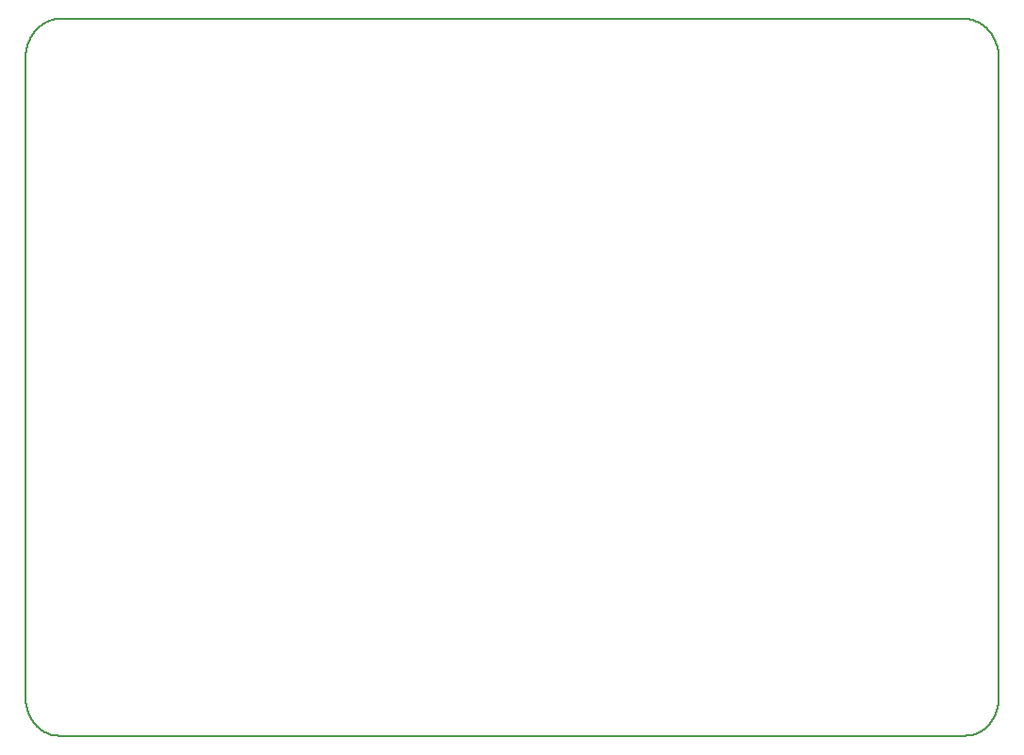
<source format=gm1>
G04 MADE WITH FRITZING*
G04 WWW.FRITZING.ORG*
G04 DOUBLE SIDED*
G04 HOLES PLATED*
G04 CONTOUR ON CENTER OF CONTOUR VECTOR*
%ASAXBY*%
%FSLAX23Y23*%
%MOIN*%
%OFA0B0*%
%SFA1.0B1.0*%
%ADD10C,0.005000*%
%ADD10C,0.008*%
%LNCONTOUR*%
G90*
G70*
G54D10*
G54D10*
X127Y2537D02*
X128Y2537D01*
X129Y2537D01*
X130Y2537D01*
X131Y2537D01*
X132Y2537D01*
X133Y2537D01*
X134Y2537D01*
X135Y2537D01*
X136Y2537D01*
X137Y2537D01*
X138Y2537D01*
X139Y2537D01*
X140Y2537D01*
X141Y2537D01*
X142Y2537D01*
X143Y2537D01*
X144Y2537D01*
X145Y2537D01*
X146Y2537D01*
X147Y2537D01*
X148Y2537D01*
X149Y2537D01*
X150Y2537D01*
X151Y2537D01*
X152Y2537D01*
X153Y2537D01*
X154Y2537D01*
X155Y2537D01*
X156Y2537D01*
X157Y2537D01*
X158Y2537D01*
X159Y2537D01*
X160Y2537D01*
X161Y2537D01*
X162Y2537D01*
X163Y2537D01*
X164Y2537D01*
X165Y2537D01*
X166Y2537D01*
X167Y2537D01*
X168Y2537D01*
X169Y2537D01*
X170Y2537D01*
X171Y2537D01*
X172Y2537D01*
X173Y2537D01*
X174Y2537D01*
X175Y2537D01*
X176Y2537D01*
X177Y2537D01*
X178Y2537D01*
X179Y2537D01*
X180Y2537D01*
X181Y2537D01*
X182Y2537D01*
X183Y2537D01*
X184Y2537D01*
X185Y2537D01*
X186Y2537D01*
X187Y2537D01*
X188Y2537D01*
X189Y2537D01*
X190Y2537D01*
X191Y2537D01*
X192Y2537D01*
X193Y2537D01*
X194Y2537D01*
X195Y2537D01*
X196Y2537D01*
X197Y2537D01*
X198Y2537D01*
X199Y2537D01*
X200Y2537D01*
X201Y2537D01*
X202Y2537D01*
X203Y2537D01*
X204Y2537D01*
X205Y2537D01*
X206Y2537D01*
X207Y2537D01*
X208Y2537D01*
X209Y2537D01*
X210Y2537D01*
X211Y2537D01*
X212Y2537D01*
X213Y2537D01*
X214Y2537D01*
X215Y2537D01*
X216Y2537D01*
X217Y2537D01*
X218Y2537D01*
X219Y2537D01*
X220Y2537D01*
X221Y2537D01*
X222Y2537D01*
X223Y2537D01*
X224Y2537D01*
X225Y2537D01*
X226Y2537D01*
X227Y2537D01*
X228Y2537D01*
X229Y2537D01*
X230Y2537D01*
X231Y2537D01*
X232Y2537D01*
X233Y2537D01*
X234Y2537D01*
X235Y2537D01*
X236Y2537D01*
X237Y2537D01*
X238Y2537D01*
X239Y2537D01*
X240Y2537D01*
X241Y2537D01*
X242Y2537D01*
X243Y2537D01*
X244Y2537D01*
X245Y2537D01*
X246Y2537D01*
X247Y2537D01*
X248Y2537D01*
X249Y2537D01*
X250Y2537D01*
X251Y2537D01*
X252Y2537D01*
X253Y2537D01*
X254Y2537D01*
X255Y2537D01*
X256Y2537D01*
X257Y2537D01*
X258Y2537D01*
X259Y2537D01*
X260Y2537D01*
X261Y2537D01*
X262Y2537D01*
X263Y2537D01*
X264Y2537D01*
X265Y2537D01*
X266Y2537D01*
X267Y2537D01*
X268Y2537D01*
X269Y2537D01*
X270Y2537D01*
X271Y2537D01*
X272Y2537D01*
X273Y2537D01*
X274Y2537D01*
X275Y2537D01*
X276Y2537D01*
X277Y2537D01*
X278Y2537D01*
X279Y2537D01*
X280Y2537D01*
X281Y2537D01*
X282Y2537D01*
X283Y2537D01*
X284Y2537D01*
X285Y2537D01*
X286Y2537D01*
X287Y2537D01*
X288Y2537D01*
X289Y2537D01*
X290Y2537D01*
X291Y2537D01*
X292Y2537D01*
X293Y2537D01*
X294Y2537D01*
X295Y2537D01*
X296Y2537D01*
X297Y2537D01*
X298Y2537D01*
X299Y2537D01*
X300Y2537D01*
X301Y2537D01*
X302Y2537D01*
X303Y2537D01*
X304Y2537D01*
X305Y2537D01*
X306Y2537D01*
X307Y2537D01*
X308Y2537D01*
X309Y2537D01*
X310Y2537D01*
X311Y2537D01*
X312Y2537D01*
X313Y2537D01*
X314Y2537D01*
X315Y2537D01*
X316Y2537D01*
X317Y2537D01*
X318Y2537D01*
X319Y2537D01*
X320Y2537D01*
X321Y2537D01*
X322Y2537D01*
X323Y2537D01*
X324Y2537D01*
X325Y2537D01*
X326Y2537D01*
X327Y2537D01*
X328Y2537D01*
X329Y2537D01*
X330Y2537D01*
X331Y2537D01*
X332Y2537D01*
X333Y2537D01*
X334Y2537D01*
X335Y2537D01*
X336Y2537D01*
X337Y2537D01*
X338Y2537D01*
X339Y2537D01*
X340Y2537D01*
X341Y2537D01*
X342Y2537D01*
X343Y2537D01*
X344Y2537D01*
X345Y2537D01*
X346Y2537D01*
X347Y2537D01*
X348Y2537D01*
X349Y2537D01*
X350Y2537D01*
X351Y2537D01*
X352Y2537D01*
X353Y2537D01*
X354Y2537D01*
X355Y2537D01*
X356Y2537D01*
X357Y2537D01*
X358Y2537D01*
X359Y2537D01*
X360Y2537D01*
X361Y2537D01*
X362Y2537D01*
X363Y2537D01*
X364Y2537D01*
X365Y2537D01*
X366Y2537D01*
X367Y2537D01*
X368Y2537D01*
X369Y2537D01*
X370Y2537D01*
X371Y2537D01*
X372Y2537D01*
X373Y2537D01*
X374Y2537D01*
X375Y2537D01*
X376Y2537D01*
X377Y2537D01*
X378Y2537D01*
X379Y2537D01*
X380Y2537D01*
X381Y2537D01*
X382Y2537D01*
X383Y2537D01*
X384Y2537D01*
X385Y2537D01*
X386Y2537D01*
X387Y2537D01*
X388Y2537D01*
X389Y2537D01*
X390Y2537D01*
X391Y2537D01*
X392Y2537D01*
X393Y2537D01*
X394Y2537D01*
X395Y2537D01*
X396Y2537D01*
X397Y2537D01*
X398Y2537D01*
X399Y2537D01*
X400Y2537D01*
X401Y2537D01*
X402Y2537D01*
X403Y2537D01*
X404Y2537D01*
X405Y2537D01*
X406Y2537D01*
X407Y2537D01*
X408Y2537D01*
X409Y2537D01*
X410Y2537D01*
X411Y2537D01*
X412Y2537D01*
X413Y2537D01*
X414Y2537D01*
X415Y2537D01*
X416Y2537D01*
X417Y2537D01*
X418Y2537D01*
X419Y2537D01*
X420Y2537D01*
X421Y2537D01*
X422Y2537D01*
X423Y2537D01*
X424Y2537D01*
X425Y2537D01*
X426Y2537D01*
X427Y2537D01*
X428Y2537D01*
X429Y2537D01*
X430Y2537D01*
X431Y2537D01*
X432Y2537D01*
X433Y2537D01*
X434Y2537D01*
X435Y2537D01*
X436Y2537D01*
X437Y2537D01*
X438Y2537D01*
X439Y2537D01*
X440Y2537D01*
X441Y2537D01*
X442Y2537D01*
X443Y2537D01*
X444Y2537D01*
X445Y2537D01*
X446Y2537D01*
X447Y2537D01*
X448Y2537D01*
X449Y2537D01*
X450Y2537D01*
X451Y2537D01*
X452Y2537D01*
X453Y2537D01*
X454Y2537D01*
X455Y2537D01*
X456Y2537D01*
X457Y2537D01*
X458Y2537D01*
X459Y2537D01*
X460Y2537D01*
X461Y2537D01*
X462Y2537D01*
X463Y2537D01*
X464Y2537D01*
X465Y2537D01*
X466Y2537D01*
X467Y2537D01*
X468Y2537D01*
X469Y2537D01*
X470Y2537D01*
X471Y2537D01*
X472Y2537D01*
X473Y2537D01*
X474Y2537D01*
X475Y2537D01*
X476Y2537D01*
X477Y2537D01*
X478Y2537D01*
X479Y2537D01*
X480Y2537D01*
X481Y2537D01*
X482Y2537D01*
X483Y2537D01*
X484Y2537D01*
X485Y2537D01*
X486Y2537D01*
X487Y2537D01*
X488Y2537D01*
X489Y2537D01*
X490Y2537D01*
X491Y2537D01*
X492Y2537D01*
X493Y2537D01*
X494Y2537D01*
X495Y2537D01*
X496Y2537D01*
X497Y2537D01*
X498Y2537D01*
X499Y2537D01*
X500Y2537D01*
X501Y2537D01*
X502Y2537D01*
X503Y2537D01*
X504Y2537D01*
X505Y2537D01*
X506Y2537D01*
X507Y2537D01*
X508Y2537D01*
X509Y2537D01*
X510Y2537D01*
X511Y2537D01*
X512Y2537D01*
X513Y2537D01*
X514Y2537D01*
X515Y2537D01*
X516Y2537D01*
X517Y2537D01*
X518Y2537D01*
X519Y2537D01*
X520Y2537D01*
X521Y2537D01*
X522Y2537D01*
X523Y2537D01*
X524Y2537D01*
X525Y2537D01*
X526Y2537D01*
X527Y2537D01*
X528Y2537D01*
X529Y2537D01*
X530Y2537D01*
X531Y2537D01*
X532Y2537D01*
X533Y2537D01*
X534Y2537D01*
X535Y2537D01*
X536Y2537D01*
X537Y2537D01*
X538Y2537D01*
X539Y2537D01*
X540Y2537D01*
X541Y2537D01*
X542Y2537D01*
X543Y2537D01*
X544Y2537D01*
X545Y2537D01*
X546Y2537D01*
X547Y2537D01*
X548Y2537D01*
X549Y2537D01*
X550Y2537D01*
X551Y2537D01*
X552Y2537D01*
X553Y2537D01*
X554Y2537D01*
X555Y2537D01*
X556Y2537D01*
X557Y2537D01*
X558Y2537D01*
X559Y2537D01*
X560Y2537D01*
X561Y2537D01*
X562Y2537D01*
X563Y2537D01*
X564Y2537D01*
X565Y2537D01*
X566Y2537D01*
X567Y2537D01*
X568Y2537D01*
X569Y2537D01*
X570Y2537D01*
X571Y2537D01*
X572Y2537D01*
X573Y2537D01*
X574Y2537D01*
X575Y2537D01*
X576Y2537D01*
X577Y2537D01*
X578Y2537D01*
X579Y2537D01*
X580Y2537D01*
X581Y2537D01*
X582Y2537D01*
X583Y2537D01*
X584Y2537D01*
X585Y2537D01*
X586Y2537D01*
X587Y2537D01*
X588Y2537D01*
X589Y2537D01*
X590Y2537D01*
X591Y2537D01*
X592Y2537D01*
X593Y2537D01*
X594Y2537D01*
X595Y2537D01*
X596Y2537D01*
X597Y2537D01*
X598Y2537D01*
X599Y2537D01*
X600Y2537D01*
X601Y2537D01*
X602Y2537D01*
X603Y2537D01*
X604Y2537D01*
X605Y2537D01*
X606Y2537D01*
X607Y2537D01*
X608Y2537D01*
X609Y2537D01*
X610Y2537D01*
X611Y2537D01*
X612Y2537D01*
X613Y2537D01*
X614Y2537D01*
X615Y2537D01*
X616Y2537D01*
X617Y2537D01*
X618Y2537D01*
X619Y2537D01*
X620Y2537D01*
X621Y2537D01*
X622Y2537D01*
X623Y2537D01*
X624Y2537D01*
X625Y2537D01*
X626Y2537D01*
X627Y2537D01*
X628Y2537D01*
X629Y2537D01*
X630Y2537D01*
X631Y2537D01*
X632Y2537D01*
X633Y2537D01*
X634Y2537D01*
X635Y2537D01*
X636Y2537D01*
X637Y2537D01*
X638Y2537D01*
X639Y2537D01*
X640Y2537D01*
X641Y2537D01*
X642Y2537D01*
X643Y2537D01*
X644Y2537D01*
X645Y2537D01*
X646Y2537D01*
X647Y2537D01*
X648Y2537D01*
X649Y2537D01*
X650Y2537D01*
X651Y2537D01*
X652Y2537D01*
X653Y2537D01*
X654Y2537D01*
X655Y2537D01*
X656Y2537D01*
X657Y2537D01*
X658Y2537D01*
X659Y2537D01*
X660Y2537D01*
X661Y2537D01*
X662Y2537D01*
X663Y2537D01*
X664Y2537D01*
X665Y2537D01*
X666Y2537D01*
X667Y2537D01*
X668Y2537D01*
X669Y2537D01*
X670Y2537D01*
X671Y2537D01*
X672Y2537D01*
X673Y2537D01*
X674Y2537D01*
X675Y2537D01*
X676Y2537D01*
X677Y2537D01*
X678Y2537D01*
X679Y2537D01*
X680Y2537D01*
X681Y2537D01*
X682Y2537D01*
X683Y2537D01*
X684Y2537D01*
X685Y2537D01*
X686Y2537D01*
X687Y2537D01*
X688Y2537D01*
X689Y2537D01*
X690Y2537D01*
X691Y2537D01*
X692Y2537D01*
X693Y2537D01*
X694Y2537D01*
X695Y2537D01*
X696Y2537D01*
X697Y2537D01*
X698Y2537D01*
X699Y2537D01*
X700Y2537D01*
X701Y2537D01*
X702Y2537D01*
X703Y2537D01*
X704Y2537D01*
X705Y2537D01*
X706Y2537D01*
X707Y2537D01*
X708Y2537D01*
X709Y2537D01*
X710Y2537D01*
X711Y2537D01*
X712Y2537D01*
X713Y2537D01*
X714Y2537D01*
X715Y2537D01*
X716Y2537D01*
X717Y2537D01*
X718Y2537D01*
X719Y2537D01*
X720Y2537D01*
X721Y2537D01*
X722Y2537D01*
X723Y2537D01*
X724Y2537D01*
X725Y2537D01*
X726Y2537D01*
X727Y2537D01*
X728Y2537D01*
X729Y2537D01*
X730Y2537D01*
X731Y2537D01*
X732Y2537D01*
X733Y2537D01*
X734Y2537D01*
X735Y2537D01*
X736Y2537D01*
X737Y2537D01*
X738Y2537D01*
X739Y2537D01*
X740Y2537D01*
X741Y2537D01*
X742Y2537D01*
X743Y2537D01*
X744Y2537D01*
X745Y2537D01*
X746Y2537D01*
X747Y2537D01*
X748Y2537D01*
X749Y2537D01*
X750Y2537D01*
X751Y2537D01*
X752Y2537D01*
X753Y2537D01*
X754Y2537D01*
X755Y2537D01*
X756Y2537D01*
X757Y2537D01*
X758Y2537D01*
X759Y2537D01*
X760Y2537D01*
X761Y2537D01*
X762Y2537D01*
X763Y2537D01*
X764Y2537D01*
X765Y2537D01*
X766Y2537D01*
X767Y2537D01*
X768Y2537D01*
X769Y2537D01*
X770Y2537D01*
X771Y2537D01*
X772Y2537D01*
X773Y2537D01*
X774Y2537D01*
X775Y2537D01*
X776Y2537D01*
X777Y2537D01*
X778Y2537D01*
X779Y2537D01*
X780Y2537D01*
X781Y2537D01*
X782Y2537D01*
X783Y2537D01*
X784Y2537D01*
X785Y2537D01*
X786Y2537D01*
X787Y2537D01*
X788Y2537D01*
X789Y2537D01*
X790Y2537D01*
X791Y2537D01*
X792Y2537D01*
X793Y2537D01*
X794Y2537D01*
X795Y2537D01*
X796Y2537D01*
X797Y2537D01*
X798Y2537D01*
X799Y2537D01*
X800Y2537D01*
X801Y2537D01*
X802Y2537D01*
X803Y2537D01*
X804Y2537D01*
X805Y2537D01*
X806Y2537D01*
X807Y2537D01*
X808Y2537D01*
X809Y2537D01*
X810Y2537D01*
X811Y2537D01*
X812Y2537D01*
X813Y2537D01*
X814Y2537D01*
X815Y2537D01*
X816Y2537D01*
X817Y2537D01*
X818Y2537D01*
X819Y2537D01*
X820Y2537D01*
X821Y2537D01*
X822Y2537D01*
X823Y2537D01*
X824Y2537D01*
X825Y2537D01*
X826Y2537D01*
X827Y2537D01*
X828Y2537D01*
X829Y2537D01*
X830Y2537D01*
X831Y2537D01*
X832Y2537D01*
X833Y2537D01*
X834Y2537D01*
X835Y2537D01*
X836Y2537D01*
X837Y2537D01*
X838Y2537D01*
X839Y2537D01*
X840Y2537D01*
X841Y2537D01*
X842Y2537D01*
X843Y2537D01*
X844Y2537D01*
X845Y2537D01*
X846Y2537D01*
X847Y2537D01*
X848Y2537D01*
X849Y2537D01*
X850Y2537D01*
X851Y2537D01*
X852Y2537D01*
X853Y2537D01*
X854Y2537D01*
X855Y2537D01*
X856Y2537D01*
X857Y2537D01*
X858Y2537D01*
X859Y2537D01*
X860Y2537D01*
X861Y2537D01*
X862Y2537D01*
X863Y2537D01*
X864Y2537D01*
X865Y2537D01*
X866Y2537D01*
X867Y2537D01*
X868Y2537D01*
X869Y2537D01*
X870Y2537D01*
X871Y2537D01*
X872Y2537D01*
X873Y2537D01*
X874Y2537D01*
X875Y2537D01*
X876Y2537D01*
X877Y2537D01*
X878Y2537D01*
X879Y2537D01*
X880Y2537D01*
X881Y2537D01*
X882Y2537D01*
X883Y2537D01*
X884Y2537D01*
X885Y2537D01*
X886Y2537D01*
X887Y2537D01*
X888Y2537D01*
X889Y2537D01*
X890Y2537D01*
X891Y2537D01*
X892Y2537D01*
X893Y2537D01*
X894Y2537D01*
X895Y2537D01*
X896Y2537D01*
X897Y2537D01*
X898Y2537D01*
X899Y2537D01*
X900Y2537D01*
X901Y2537D01*
X902Y2537D01*
X903Y2537D01*
X904Y2537D01*
X905Y2537D01*
X906Y2537D01*
X907Y2537D01*
X908Y2537D01*
X909Y2537D01*
X910Y2537D01*
X911Y2537D01*
X912Y2537D01*
X913Y2537D01*
X914Y2537D01*
X915Y2537D01*
X916Y2537D01*
X917Y2537D01*
X918Y2537D01*
X919Y2537D01*
X920Y2537D01*
X921Y2537D01*
X922Y2537D01*
X923Y2537D01*
X924Y2537D01*
X925Y2537D01*
X926Y2537D01*
X927Y2537D01*
X928Y2537D01*
X929Y2537D01*
X930Y2537D01*
X931Y2537D01*
X932Y2537D01*
X933Y2537D01*
X934Y2537D01*
X935Y2537D01*
X936Y2537D01*
X937Y2537D01*
X938Y2537D01*
X939Y2537D01*
X940Y2537D01*
X941Y2537D01*
X942Y2537D01*
X943Y2537D01*
X944Y2537D01*
X945Y2537D01*
X946Y2537D01*
X947Y2537D01*
X948Y2537D01*
X949Y2537D01*
X950Y2537D01*
X951Y2537D01*
X952Y2537D01*
X953Y2537D01*
X954Y2537D01*
X955Y2537D01*
X956Y2537D01*
X957Y2537D01*
X958Y2537D01*
X959Y2537D01*
X960Y2537D01*
X961Y2537D01*
X962Y2537D01*
X963Y2537D01*
X964Y2537D01*
X965Y2537D01*
X966Y2537D01*
X967Y2537D01*
X968Y2537D01*
X969Y2537D01*
X970Y2537D01*
X971Y2537D01*
X972Y2537D01*
X973Y2537D01*
X974Y2537D01*
X975Y2537D01*
X976Y2537D01*
X977Y2537D01*
X978Y2537D01*
X979Y2537D01*
X980Y2537D01*
X981Y2537D01*
X982Y2537D01*
X983Y2537D01*
X984Y2537D01*
X985Y2537D01*
X986Y2537D01*
X987Y2537D01*
X988Y2537D01*
X989Y2537D01*
X990Y2537D01*
X991Y2537D01*
X992Y2537D01*
X993Y2537D01*
X994Y2537D01*
X995Y2537D01*
X996Y2537D01*
X997Y2537D01*
X998Y2537D01*
X999Y2537D01*
X1000Y2537D01*
X1001Y2537D01*
X1002Y2537D01*
X1003Y2537D01*
X1004Y2537D01*
X1005Y2537D01*
X1006Y2537D01*
X1007Y2537D01*
X1008Y2537D01*
X1009Y2537D01*
X1010Y2537D01*
X1011Y2537D01*
X1012Y2537D01*
X1013Y2537D01*
X1014Y2537D01*
X1015Y2537D01*
X1016Y2537D01*
X1017Y2537D01*
X1018Y2537D01*
X1019Y2537D01*
X1020Y2537D01*
X1021Y2537D01*
X1022Y2537D01*
X1023Y2537D01*
X1024Y2537D01*
X1025Y2537D01*
X1026Y2537D01*
X1027Y2537D01*
X1028Y2537D01*
X1029Y2537D01*
X1030Y2537D01*
X1031Y2537D01*
X1032Y2537D01*
X1033Y2537D01*
X1034Y2537D01*
X1035Y2537D01*
X1036Y2537D01*
X1037Y2537D01*
X1038Y2537D01*
X1039Y2537D01*
X1040Y2537D01*
X1041Y2537D01*
X1042Y2537D01*
X1043Y2537D01*
X1044Y2537D01*
X1045Y2537D01*
X1046Y2537D01*
X1047Y2537D01*
X1048Y2537D01*
X1049Y2537D01*
X1050Y2537D01*
X1051Y2537D01*
X1052Y2537D01*
X1053Y2537D01*
X1054Y2537D01*
X1055Y2537D01*
X1056Y2537D01*
X1057Y2537D01*
X1058Y2537D01*
X1059Y2537D01*
X1060Y2537D01*
X1061Y2537D01*
X1062Y2537D01*
X1063Y2537D01*
X1064Y2537D01*
X1065Y2537D01*
X1066Y2537D01*
X1067Y2537D01*
X1068Y2537D01*
X1069Y2537D01*
X1070Y2537D01*
X1071Y2537D01*
X1072Y2537D01*
X1073Y2537D01*
X1074Y2537D01*
X1075Y2537D01*
X1076Y2537D01*
X1077Y2537D01*
X1078Y2537D01*
X1079Y2537D01*
X1080Y2537D01*
X1081Y2537D01*
X1082Y2537D01*
X1083Y2537D01*
X1084Y2537D01*
X1085Y2537D01*
X1086Y2537D01*
X1087Y2537D01*
X1088Y2537D01*
X1089Y2537D01*
X1090Y2537D01*
X1091Y2537D01*
X1092Y2537D01*
X1093Y2537D01*
X1094Y2537D01*
X1095Y2537D01*
X1096Y2537D01*
X1097Y2537D01*
X1098Y2537D01*
X1099Y2537D01*
X1100Y2537D01*
X1101Y2537D01*
X1102Y2537D01*
X1103Y2537D01*
X1104Y2537D01*
X1105Y2537D01*
X1106Y2537D01*
X1107Y2537D01*
X1108Y2537D01*
X1109Y2537D01*
X1110Y2537D01*
X1111Y2537D01*
X1112Y2537D01*
X1113Y2537D01*
X1114Y2537D01*
X1115Y2537D01*
X1116Y2537D01*
X1117Y2537D01*
X1118Y2537D01*
X1119Y2537D01*
X1120Y2537D01*
X1121Y2537D01*
X1122Y2537D01*
X1123Y2537D01*
X1124Y2537D01*
X1125Y2537D01*
X1126Y2537D01*
X1127Y2537D01*
X1128Y2537D01*
X1129Y2537D01*
X1130Y2537D01*
X1131Y2537D01*
X1132Y2537D01*
X1133Y2537D01*
X1134Y2537D01*
X1135Y2537D01*
X1136Y2537D01*
X1137Y2537D01*
X1138Y2537D01*
X1139Y2537D01*
X1140Y2537D01*
X1141Y2537D01*
X1142Y2537D01*
X1143Y2537D01*
X1144Y2537D01*
X1145Y2537D01*
X1146Y2537D01*
X1147Y2537D01*
X1148Y2537D01*
X1149Y2537D01*
X1150Y2537D01*
X1151Y2537D01*
X1152Y2537D01*
X1153Y2537D01*
X1154Y2537D01*
X1155Y2537D01*
X1156Y2537D01*
X1157Y2537D01*
X1158Y2537D01*
X1159Y2537D01*
X1160Y2537D01*
X1161Y2537D01*
X1162Y2537D01*
X1163Y2537D01*
X1164Y2537D01*
X1165Y2537D01*
X1166Y2537D01*
X1167Y2537D01*
X1168Y2537D01*
X1169Y2537D01*
X1170Y2537D01*
X1171Y2537D01*
X1172Y2537D01*
X1173Y2537D01*
X1174Y2537D01*
X1175Y2537D01*
X1176Y2537D01*
X1177Y2537D01*
X1178Y2537D01*
X1179Y2537D01*
X1180Y2537D01*
X1181Y2537D01*
X1182Y2537D01*
X1183Y2537D01*
X1184Y2537D01*
X1185Y2537D01*
X1186Y2537D01*
X1187Y2537D01*
X1188Y2537D01*
X1189Y2537D01*
X1190Y2537D01*
X1191Y2537D01*
X1192Y2537D01*
X1193Y2537D01*
X1194Y2537D01*
X1195Y2537D01*
X1196Y2537D01*
X1197Y2537D01*
X1198Y2537D01*
X1199Y2537D01*
X1200Y2537D01*
X1201Y2537D01*
X1202Y2537D01*
X1203Y2537D01*
X1204Y2537D01*
X1205Y2537D01*
X1206Y2537D01*
X1207Y2537D01*
X1208Y2537D01*
X1209Y2537D01*
X1210Y2537D01*
X1211Y2537D01*
X1212Y2537D01*
X1213Y2537D01*
X1214Y2537D01*
X1215Y2537D01*
X1216Y2537D01*
X1217Y2537D01*
X1218Y2537D01*
X1219Y2537D01*
X1220Y2537D01*
X1221Y2537D01*
X1222Y2537D01*
X1223Y2537D01*
X1224Y2537D01*
X1225Y2537D01*
X1226Y2537D01*
X1227Y2537D01*
X1228Y2537D01*
X1229Y2537D01*
X1230Y2537D01*
X1231Y2537D01*
X1232Y2537D01*
X1233Y2537D01*
X1234Y2537D01*
X1235Y2537D01*
X1236Y2537D01*
X1237Y2537D01*
X1238Y2537D01*
X1239Y2537D01*
X1240Y2537D01*
X1241Y2537D01*
X1242Y2537D01*
X1243Y2537D01*
X1244Y2537D01*
X1245Y2537D01*
X1246Y2537D01*
X1247Y2537D01*
X1248Y2537D01*
X1249Y2537D01*
X1250Y2537D01*
X1251Y2537D01*
X1252Y2537D01*
X1253Y2537D01*
X1254Y2537D01*
X1255Y2537D01*
X1256Y2537D01*
X1257Y2537D01*
X1258Y2537D01*
X1259Y2537D01*
X1260Y2537D01*
X1261Y2537D01*
X1262Y2537D01*
X1263Y2537D01*
X1264Y2537D01*
X1265Y2537D01*
X1266Y2537D01*
X1267Y2537D01*
X1268Y2537D01*
X1269Y2537D01*
X1270Y2537D01*
X1271Y2537D01*
X1272Y2537D01*
X1273Y2537D01*
X1274Y2537D01*
X1275Y2537D01*
X1276Y2537D01*
X1277Y2537D01*
X1278Y2537D01*
X1279Y2537D01*
X1280Y2537D01*
X1281Y2537D01*
X1282Y2537D01*
X1283Y2537D01*
X1284Y2537D01*
X1285Y2537D01*
X1286Y2537D01*
X1287Y2537D01*
X1288Y2537D01*
X1289Y2537D01*
X1290Y2537D01*
X1291Y2537D01*
X1292Y2537D01*
X1293Y2537D01*
X1294Y2537D01*
X1295Y2537D01*
X1296Y2537D01*
X1297Y2537D01*
X1298Y2537D01*
X1299Y2537D01*
X1300Y2537D01*
X1301Y2537D01*
X1302Y2537D01*
X1303Y2537D01*
X1304Y2537D01*
X1305Y2537D01*
X1306Y2537D01*
X1307Y2537D01*
X1308Y2537D01*
X1309Y2537D01*
X1310Y2537D01*
X1311Y2537D01*
X1312Y2537D01*
X1313Y2537D01*
X1314Y2537D01*
X1315Y2537D01*
X1316Y2537D01*
X1317Y2537D01*
X1318Y2537D01*
X1319Y2537D01*
X1320Y2537D01*
X1321Y2537D01*
X1322Y2537D01*
X1323Y2537D01*
X1324Y2537D01*
X1325Y2537D01*
X1326Y2537D01*
X1327Y2537D01*
X1328Y2537D01*
X1329Y2537D01*
X1330Y2537D01*
X1331Y2537D01*
X1332Y2537D01*
X1333Y2537D01*
X1334Y2537D01*
X1335Y2537D01*
X1336Y2537D01*
X1337Y2537D01*
X1338Y2537D01*
X1339Y2537D01*
X1340Y2537D01*
X1341Y2537D01*
X1342Y2537D01*
X1343Y2537D01*
X1344Y2537D01*
X1345Y2537D01*
X1346Y2537D01*
X1347Y2537D01*
X1348Y2537D01*
X1349Y2537D01*
X1350Y2537D01*
X1351Y2537D01*
X1352Y2537D01*
X1353Y2537D01*
X1354Y2537D01*
X1355Y2537D01*
X1356Y2537D01*
X1357Y2537D01*
X1358Y2537D01*
X1359Y2537D01*
X1360Y2537D01*
X1361Y2537D01*
X1362Y2537D01*
X1363Y2537D01*
X1364Y2537D01*
X1365Y2537D01*
X1366Y2537D01*
X1367Y2537D01*
X1368Y2537D01*
X1369Y2537D01*
X1370Y2537D01*
X1371Y2537D01*
X1372Y2537D01*
X1373Y2537D01*
X1374Y2537D01*
X1375Y2537D01*
X1376Y2537D01*
X1377Y2537D01*
X1378Y2537D01*
X1379Y2537D01*
X1380Y2537D01*
X1381Y2537D01*
X1382Y2537D01*
X1383Y2537D01*
X1384Y2537D01*
X1385Y2537D01*
X1386Y2537D01*
X1387Y2537D01*
X1388Y2537D01*
X1389Y2537D01*
X1390Y2537D01*
X1391Y2537D01*
X1392Y2537D01*
X1393Y2537D01*
X1394Y2537D01*
X1395Y2537D01*
X1396Y2537D01*
X1397Y2537D01*
X1398Y2537D01*
X1399Y2537D01*
X1400Y2537D01*
X1401Y2537D01*
X1402Y2537D01*
X1403Y2537D01*
X1404Y2537D01*
X1405Y2537D01*
X1406Y2537D01*
X1407Y2537D01*
X1408Y2537D01*
X1409Y2537D01*
X1410Y2537D01*
X1411Y2537D01*
X1412Y2537D01*
X1413Y2537D01*
X1414Y2537D01*
X1415Y2537D01*
X1416Y2537D01*
X1417Y2537D01*
X1418Y2537D01*
X1419Y2537D01*
X1420Y2537D01*
X1421Y2537D01*
X1422Y2537D01*
X1423Y2537D01*
X1424Y2537D01*
X1425Y2537D01*
X1426Y2537D01*
X1427Y2537D01*
X1428Y2537D01*
X1429Y2537D01*
X1430Y2537D01*
X1431Y2537D01*
X1432Y2537D01*
X1433Y2537D01*
X1434Y2537D01*
X1435Y2537D01*
X1436Y2537D01*
X1437Y2537D01*
X1438Y2537D01*
X1439Y2537D01*
X1440Y2537D01*
X1441Y2537D01*
X1442Y2537D01*
X1443Y2537D01*
X1444Y2537D01*
X1445Y2537D01*
X1446Y2537D01*
X1447Y2537D01*
X1448Y2537D01*
X1449Y2537D01*
X1450Y2537D01*
X1451Y2537D01*
X1452Y2537D01*
X1453Y2537D01*
X1454Y2537D01*
X1455Y2537D01*
X1456Y2537D01*
X1457Y2537D01*
X1458Y2537D01*
X1459Y2537D01*
X1460Y2537D01*
X1461Y2537D01*
X1462Y2537D01*
X1463Y2537D01*
X1464Y2537D01*
X1465Y2537D01*
X1466Y2537D01*
X1467Y2537D01*
X1468Y2537D01*
X1469Y2537D01*
X1470Y2537D01*
X1471Y2537D01*
X1472Y2537D01*
X1473Y2537D01*
X1474Y2537D01*
X1475Y2537D01*
X1476Y2537D01*
X1477Y2537D01*
X1478Y2537D01*
X1479Y2537D01*
X1480Y2537D01*
X1481Y2537D01*
X1482Y2537D01*
X1483Y2537D01*
X1484Y2537D01*
X1485Y2537D01*
X1486Y2537D01*
X1487Y2537D01*
X1488Y2537D01*
X1489Y2537D01*
X1490Y2537D01*
X1491Y2537D01*
X1492Y2537D01*
X1493Y2537D01*
X1494Y2537D01*
X1495Y2537D01*
X1496Y2537D01*
X1497Y2537D01*
X1498Y2537D01*
X1499Y2537D01*
X1500Y2537D01*
X1501Y2537D01*
X1502Y2537D01*
X1503Y2537D01*
X1504Y2537D01*
X1505Y2537D01*
X1506Y2537D01*
X1507Y2537D01*
X1508Y2537D01*
X1509Y2537D01*
X1510Y2537D01*
X1511Y2537D01*
X1512Y2537D01*
X1513Y2537D01*
X1514Y2537D01*
X1515Y2537D01*
X1516Y2537D01*
X1517Y2537D01*
X1518Y2537D01*
X1519Y2537D01*
X1520Y2537D01*
X1521Y2537D01*
X1522Y2537D01*
X1523Y2537D01*
X1524Y2537D01*
X1525Y2537D01*
X1526Y2537D01*
X1527Y2537D01*
X1528Y2537D01*
X1529Y2537D01*
X1530Y2537D01*
X1531Y2537D01*
X1532Y2537D01*
X1533Y2537D01*
X1534Y2537D01*
X1535Y2537D01*
X1536Y2537D01*
X1537Y2537D01*
X1538Y2537D01*
X1539Y2537D01*
X1540Y2537D01*
X1541Y2537D01*
X1542Y2537D01*
X1543Y2537D01*
X1544Y2537D01*
X1545Y2537D01*
X1546Y2537D01*
X1547Y2537D01*
X1548Y2537D01*
X1549Y2537D01*
X1550Y2537D01*
X1551Y2537D01*
X1552Y2537D01*
X1553Y2537D01*
X1554Y2537D01*
X1555Y2537D01*
X1556Y2537D01*
X1557Y2537D01*
X1558Y2537D01*
X1559Y2537D01*
X1560Y2537D01*
X1561Y2537D01*
X1562Y2537D01*
X1563Y2537D01*
X1564Y2537D01*
X1565Y2537D01*
X1566Y2537D01*
X1567Y2537D01*
X1568Y2537D01*
X1569Y2537D01*
X1570Y2537D01*
X1571Y2537D01*
X1572Y2537D01*
X1573Y2537D01*
X1574Y2537D01*
X1575Y2537D01*
X1576Y2537D01*
X1577Y2537D01*
X1578Y2537D01*
X1579Y2537D01*
X1580Y2537D01*
X1581Y2537D01*
X1582Y2537D01*
X1583Y2537D01*
X1584Y2537D01*
X1585Y2537D01*
X1586Y2537D01*
X1587Y2537D01*
X1588Y2537D01*
X1589Y2537D01*
X1590Y2537D01*
X1591Y2537D01*
X1592Y2537D01*
X1593Y2537D01*
X1594Y2537D01*
X1595Y2537D01*
X1596Y2537D01*
X1597Y2537D01*
X1598Y2537D01*
X1599Y2537D01*
X1600Y2537D01*
X1601Y2537D01*
X1602Y2537D01*
X1603Y2537D01*
X1604Y2537D01*
X1605Y2537D01*
X1606Y2537D01*
X1607Y2537D01*
X1608Y2537D01*
X1609Y2537D01*
X1610Y2537D01*
X1611Y2537D01*
X1612Y2537D01*
X1613Y2537D01*
X1614Y2537D01*
X1615Y2537D01*
X1616Y2537D01*
X1617Y2537D01*
X1618Y2537D01*
X1619Y2537D01*
X1620Y2537D01*
X1621Y2537D01*
X1622Y2537D01*
X1623Y2537D01*
X1624Y2537D01*
X1625Y2537D01*
X1626Y2537D01*
X1627Y2537D01*
X1628Y2537D01*
X1629Y2537D01*
X1630Y2537D01*
X1631Y2537D01*
X1632Y2537D01*
X1633Y2537D01*
X1634Y2537D01*
X1635Y2537D01*
X1636Y2537D01*
X1637Y2537D01*
X1638Y2537D01*
X1639Y2537D01*
X1640Y2537D01*
X1641Y2537D01*
X1642Y2537D01*
X1643Y2537D01*
X1644Y2537D01*
X1645Y2537D01*
X1646Y2537D01*
X1647Y2537D01*
X1648Y2537D01*
X1649Y2537D01*
X1650Y2537D01*
X1651Y2537D01*
X1652Y2537D01*
X1653Y2537D01*
X1654Y2537D01*
X1655Y2537D01*
X1656Y2537D01*
X1657Y2537D01*
X1658Y2537D01*
X1659Y2537D01*
X1660Y2537D01*
X1661Y2537D01*
X1662Y2537D01*
X1663Y2537D01*
X1664Y2537D01*
X1665Y2537D01*
X1666Y2537D01*
X1667Y2537D01*
X1668Y2537D01*
X1669Y2537D01*
X1670Y2537D01*
X1671Y2537D01*
X1672Y2537D01*
X1673Y2537D01*
X1674Y2537D01*
X1675Y2537D01*
X1676Y2537D01*
X1677Y2537D01*
X1678Y2537D01*
X1679Y2537D01*
X1680Y2537D01*
X1681Y2537D01*
X1682Y2537D01*
X1683Y2537D01*
X1684Y2537D01*
X1685Y2537D01*
X1686Y2537D01*
X1687Y2537D01*
X1688Y2537D01*
X1689Y2537D01*
X1690Y2537D01*
X1691Y2537D01*
X1692Y2537D01*
X1693Y2537D01*
X1694Y2537D01*
X1695Y2537D01*
X1696Y2537D01*
X1697Y2537D01*
X1698Y2537D01*
X1699Y2537D01*
X1700Y2537D01*
X1701Y2537D01*
X1702Y2537D01*
X1703Y2537D01*
X1704Y2537D01*
X1705Y2537D01*
X1706Y2537D01*
X1707Y2537D01*
X1708Y2537D01*
X1709Y2537D01*
X1710Y2537D01*
X1711Y2537D01*
X1712Y2537D01*
X1713Y2537D01*
X1714Y2537D01*
X1715Y2537D01*
X1716Y2537D01*
X1717Y2537D01*
X1718Y2537D01*
X1719Y2537D01*
X1720Y2537D01*
X1721Y2537D01*
X1722Y2537D01*
X1723Y2537D01*
X1724Y2537D01*
X1725Y2537D01*
X1726Y2537D01*
X1727Y2537D01*
X1728Y2537D01*
X1729Y2537D01*
X1730Y2537D01*
X1731Y2537D01*
X1732Y2537D01*
X1733Y2537D01*
X1734Y2537D01*
X1735Y2537D01*
X1736Y2537D01*
X1737Y2537D01*
X1738Y2537D01*
X1739Y2537D01*
X1740Y2537D01*
X1741Y2537D01*
X1742Y2537D01*
X1743Y2537D01*
X1744Y2537D01*
X1745Y2537D01*
X1746Y2537D01*
X1747Y2537D01*
X1748Y2537D01*
X1749Y2537D01*
X1750Y2537D01*
X1751Y2537D01*
X1752Y2537D01*
X1753Y2537D01*
X1754Y2537D01*
X1755Y2537D01*
X1756Y2537D01*
X1757Y2537D01*
X1758Y2537D01*
X1759Y2537D01*
X1760Y2537D01*
X1761Y2537D01*
X1762Y2537D01*
X1763Y2537D01*
X1764Y2537D01*
X1765Y2537D01*
X1766Y2537D01*
X1767Y2537D01*
X1768Y2537D01*
X1769Y2537D01*
X1770Y2537D01*
X1771Y2537D01*
X1772Y2537D01*
X1773Y2537D01*
X1774Y2537D01*
X1775Y2537D01*
X1776Y2537D01*
X1777Y2537D01*
X1778Y2537D01*
X1779Y2537D01*
X1780Y2537D01*
X1781Y2537D01*
X1782Y2537D01*
X1783Y2537D01*
X1784Y2537D01*
X1785Y2537D01*
X1786Y2537D01*
X1787Y2537D01*
X1788Y2537D01*
X1789Y2537D01*
X1790Y2537D01*
X1791Y2537D01*
X1792Y2537D01*
X1793Y2537D01*
X1794Y2537D01*
X1795Y2537D01*
X1796Y2537D01*
X1797Y2537D01*
X1798Y2537D01*
X1799Y2537D01*
X1800Y2537D01*
X1801Y2537D01*
X1802Y2537D01*
X1803Y2537D01*
X1804Y2537D01*
X1805Y2537D01*
X1806Y2537D01*
X1807Y2537D01*
X1808Y2537D01*
X1809Y2537D01*
X1810Y2537D01*
X1811Y2537D01*
X1812Y2537D01*
X1813Y2537D01*
X1814Y2537D01*
X1815Y2537D01*
X1816Y2537D01*
X1817Y2537D01*
X1818Y2537D01*
X1819Y2537D01*
X1820Y2537D01*
X1821Y2537D01*
X1822Y2537D01*
X1823Y2537D01*
X1824Y2537D01*
X1825Y2537D01*
X1826Y2537D01*
X1827Y2537D01*
X1828Y2537D01*
X1829Y2537D01*
X1830Y2537D01*
X1831Y2537D01*
X1832Y2537D01*
X1833Y2537D01*
X1834Y2537D01*
X1835Y2537D01*
X1836Y2537D01*
X1837Y2537D01*
X1838Y2537D01*
X1839Y2537D01*
X1840Y2537D01*
X1841Y2537D01*
X1842Y2537D01*
X1843Y2537D01*
X1844Y2537D01*
X1845Y2537D01*
X1846Y2537D01*
X1847Y2537D01*
X1848Y2537D01*
X1849Y2537D01*
X1850Y2537D01*
X1851Y2537D01*
X1852Y2537D01*
X1853Y2537D01*
X1854Y2537D01*
X1855Y2537D01*
X1856Y2537D01*
X1857Y2537D01*
X1858Y2537D01*
X1859Y2537D01*
X1860Y2537D01*
X1861Y2537D01*
X1862Y2537D01*
X1863Y2537D01*
X1864Y2537D01*
X1865Y2537D01*
X1866Y2537D01*
X1867Y2537D01*
X1868Y2537D01*
X1869Y2537D01*
X1870Y2537D01*
X1871Y2537D01*
X1872Y2537D01*
X1873Y2537D01*
X1874Y2537D01*
X1875Y2537D01*
X1876Y2537D01*
X1877Y2537D01*
X1878Y2537D01*
X1879Y2537D01*
X1880Y2537D01*
X1881Y2537D01*
X1882Y2537D01*
X1883Y2537D01*
X1884Y2537D01*
X1885Y2537D01*
X1886Y2537D01*
X1887Y2537D01*
X1888Y2537D01*
X1889Y2537D01*
X1890Y2537D01*
X1891Y2537D01*
X1892Y2537D01*
X1893Y2537D01*
X1894Y2537D01*
X1895Y2537D01*
X1896Y2537D01*
X1897Y2537D01*
X1898Y2537D01*
X1899Y2537D01*
X1900Y2537D01*
X1901Y2537D01*
X1902Y2537D01*
X1903Y2537D01*
X1904Y2537D01*
X1905Y2537D01*
X1906Y2537D01*
X1907Y2537D01*
X1908Y2537D01*
X1909Y2537D01*
X1910Y2537D01*
X1911Y2537D01*
X1912Y2537D01*
X1913Y2537D01*
X1914Y2537D01*
X1915Y2537D01*
X1916Y2537D01*
X1917Y2537D01*
X1918Y2537D01*
X1919Y2537D01*
X1920Y2537D01*
X1921Y2537D01*
X1922Y2537D01*
X1923Y2537D01*
X1924Y2537D01*
X1925Y2537D01*
X1926Y2537D01*
X1927Y2537D01*
X1928Y2537D01*
X1929Y2537D01*
X1930Y2537D01*
X1931Y2537D01*
X1932Y2537D01*
X1933Y2537D01*
X1934Y2537D01*
X1935Y2537D01*
X1936Y2537D01*
X1937Y2537D01*
X1938Y2537D01*
X1939Y2537D01*
X1940Y2537D01*
X1941Y2537D01*
X1942Y2537D01*
X1943Y2537D01*
X1944Y2537D01*
X1945Y2537D01*
X1946Y2537D01*
X1947Y2537D01*
X1948Y2537D01*
X1949Y2537D01*
X1950Y2537D01*
X1951Y2537D01*
X1952Y2537D01*
X1953Y2537D01*
X1954Y2537D01*
X1955Y2537D01*
X1956Y2537D01*
X1957Y2537D01*
X1958Y2537D01*
X1959Y2537D01*
X1960Y2537D01*
X1961Y2537D01*
X1962Y2537D01*
X1963Y2537D01*
X1964Y2537D01*
X1965Y2537D01*
X1966Y2537D01*
X1967Y2537D01*
X1968Y2537D01*
X1969Y2537D01*
X1970Y2537D01*
X1971Y2537D01*
X1972Y2537D01*
X1973Y2537D01*
X1974Y2537D01*
X1975Y2537D01*
X1976Y2537D01*
X1977Y2537D01*
X1978Y2537D01*
X1979Y2537D01*
X1980Y2537D01*
X1981Y2537D01*
X1982Y2537D01*
X1983Y2537D01*
X1984Y2537D01*
X1985Y2537D01*
X1986Y2537D01*
X1987Y2537D01*
X1988Y2537D01*
X1989Y2537D01*
X1990Y2537D01*
X1991Y2537D01*
X1992Y2537D01*
X1993Y2537D01*
X1994Y2537D01*
X1995Y2537D01*
X1996Y2537D01*
X1997Y2537D01*
X1998Y2537D01*
X1999Y2537D01*
X2000Y2537D01*
X2001Y2537D01*
X2002Y2537D01*
X2003Y2537D01*
X2004Y2537D01*
X2005Y2537D01*
X2006Y2537D01*
X2007Y2537D01*
X2008Y2537D01*
X2009Y2537D01*
X2010Y2537D01*
X2011Y2537D01*
X2012Y2537D01*
X2013Y2537D01*
X2014Y2537D01*
X2015Y2537D01*
X2016Y2537D01*
X2017Y2537D01*
X2018Y2537D01*
X2019Y2537D01*
X2020Y2537D01*
X2021Y2537D01*
X2022Y2537D01*
X2023Y2537D01*
X2024Y2537D01*
X2025Y2537D01*
X2026Y2537D01*
X2027Y2537D01*
X2028Y2537D01*
X2029Y2537D01*
X2030Y2537D01*
X2031Y2537D01*
X2032Y2537D01*
X2033Y2537D01*
X2034Y2537D01*
X2035Y2537D01*
X2036Y2537D01*
X2037Y2537D01*
X2038Y2537D01*
X2039Y2537D01*
X2040Y2537D01*
X2041Y2537D01*
X2042Y2537D01*
X2043Y2537D01*
X2044Y2537D01*
X2045Y2537D01*
X2046Y2537D01*
X2047Y2537D01*
X2048Y2537D01*
X2049Y2537D01*
X2050Y2537D01*
X2051Y2537D01*
X2052Y2537D01*
X2053Y2537D01*
X2054Y2537D01*
X2055Y2537D01*
X2056Y2537D01*
X2057Y2537D01*
X2058Y2537D01*
X2059Y2537D01*
X2060Y2537D01*
X2061Y2537D01*
X2062Y2537D01*
X2063Y2537D01*
X2064Y2537D01*
X2065Y2537D01*
X2066Y2537D01*
X2067Y2537D01*
X2068Y2537D01*
X2069Y2537D01*
X2070Y2537D01*
X2071Y2537D01*
X2072Y2537D01*
X2073Y2537D01*
X2074Y2537D01*
X2075Y2537D01*
X2076Y2537D01*
X2077Y2537D01*
X2078Y2537D01*
X2079Y2537D01*
X2080Y2537D01*
X2081Y2537D01*
X2082Y2537D01*
X2083Y2537D01*
X2084Y2537D01*
X2085Y2537D01*
X2086Y2537D01*
X2087Y2537D01*
X2088Y2537D01*
X2089Y2537D01*
X2090Y2537D01*
X2091Y2537D01*
X2092Y2537D01*
X2093Y2537D01*
X2094Y2537D01*
X2095Y2537D01*
X2096Y2537D01*
X2097Y2537D01*
X2098Y2537D01*
X2099Y2537D01*
X2100Y2537D01*
X2101Y2537D01*
X2102Y2537D01*
X2103Y2537D01*
X2104Y2537D01*
X2105Y2537D01*
X2106Y2537D01*
X2107Y2537D01*
X2108Y2537D01*
X2109Y2537D01*
X2110Y2537D01*
X2111Y2537D01*
X2112Y2537D01*
X2113Y2537D01*
X2114Y2537D01*
X2115Y2537D01*
X2116Y2537D01*
X2117Y2537D01*
X2118Y2537D01*
X2119Y2537D01*
X2120Y2537D01*
X2121Y2537D01*
X2122Y2537D01*
X2123Y2537D01*
X2124Y2537D01*
X2125Y2537D01*
X2126Y2537D01*
X2127Y2537D01*
X2128Y2537D01*
X2129Y2537D01*
X2130Y2537D01*
X2131Y2537D01*
X2132Y2537D01*
X2133Y2537D01*
X2134Y2537D01*
X2135Y2537D01*
X2136Y2537D01*
X2137Y2537D01*
X2138Y2537D01*
X2139Y2537D01*
X2140Y2537D01*
X2141Y2537D01*
X2142Y2537D01*
X2143Y2537D01*
X2144Y2537D01*
X2145Y2537D01*
X2146Y2537D01*
X2147Y2537D01*
X2148Y2537D01*
X2149Y2537D01*
X2150Y2537D01*
X2151Y2537D01*
X2152Y2537D01*
X2153Y2537D01*
X2154Y2537D01*
X2155Y2537D01*
X2156Y2537D01*
X2157Y2537D01*
X2158Y2537D01*
X2159Y2537D01*
X2160Y2537D01*
X2161Y2537D01*
X2162Y2537D01*
X2163Y2537D01*
X2164Y2537D01*
X2165Y2537D01*
X2166Y2537D01*
X2167Y2537D01*
X2168Y2537D01*
X2169Y2537D01*
X2170Y2537D01*
X2171Y2537D01*
X2172Y2537D01*
X2173Y2537D01*
X2174Y2537D01*
X2175Y2537D01*
X2176Y2537D01*
X2177Y2537D01*
X2178Y2537D01*
X2179Y2537D01*
X2180Y2537D01*
X2181Y2537D01*
X2182Y2537D01*
X2183Y2537D01*
X2184Y2537D01*
X2185Y2537D01*
X2186Y2537D01*
X2187Y2537D01*
X2188Y2537D01*
X2189Y2537D01*
X2190Y2537D01*
X2191Y2537D01*
X2192Y2537D01*
X2193Y2537D01*
X2194Y2537D01*
X2195Y2537D01*
X2196Y2537D01*
X2197Y2537D01*
X2198Y2537D01*
X2199Y2537D01*
X2200Y2537D01*
X2201Y2537D01*
X2202Y2537D01*
X2203Y2537D01*
X2204Y2537D01*
X2205Y2537D01*
X2206Y2537D01*
X2207Y2537D01*
X2208Y2537D01*
X2209Y2537D01*
X2210Y2537D01*
X2211Y2537D01*
X2212Y2537D01*
X2213Y2537D01*
X2214Y2537D01*
X2215Y2537D01*
X2216Y2537D01*
X2217Y2537D01*
X2218Y2537D01*
X2219Y2537D01*
X2220Y2537D01*
X2221Y2537D01*
X2222Y2537D01*
X2223Y2537D01*
X2224Y2537D01*
X2225Y2537D01*
X2226Y2537D01*
X2227Y2537D01*
X2228Y2537D01*
X2229Y2537D01*
X2230Y2537D01*
X2231Y2537D01*
X2232Y2537D01*
X2233Y2537D01*
X2234Y2537D01*
X2235Y2537D01*
X2236Y2537D01*
X2237Y2537D01*
X2238Y2537D01*
X2239Y2537D01*
X2240Y2537D01*
X2241Y2537D01*
X2242Y2537D01*
X2243Y2537D01*
X2244Y2537D01*
X2245Y2537D01*
X2246Y2537D01*
X2247Y2537D01*
X2248Y2537D01*
X2249Y2537D01*
X2250Y2537D01*
X2251Y2537D01*
X2252Y2537D01*
X2253Y2537D01*
X2254Y2537D01*
X2255Y2537D01*
X2256Y2537D01*
X2257Y2537D01*
X2258Y2537D01*
X2259Y2537D01*
X2260Y2537D01*
X2261Y2537D01*
X2262Y2537D01*
X2263Y2537D01*
X2264Y2537D01*
X2265Y2537D01*
X2266Y2537D01*
X2267Y2537D01*
X2268Y2537D01*
X2269Y2537D01*
X2270Y2537D01*
X2271Y2537D01*
X2272Y2537D01*
X2273Y2537D01*
X2274Y2537D01*
X2275Y2537D01*
X2276Y2537D01*
X2277Y2537D01*
X2278Y2537D01*
X2279Y2537D01*
X2280Y2537D01*
X2281Y2537D01*
X2282Y2537D01*
X2283Y2537D01*
X2284Y2537D01*
X2285Y2537D01*
X2286Y2537D01*
X2287Y2537D01*
X2288Y2537D01*
X2289Y2537D01*
X2290Y2537D01*
X2291Y2537D01*
X2292Y2537D01*
X2293Y2537D01*
X2294Y2537D01*
X2295Y2537D01*
X2296Y2537D01*
X2297Y2537D01*
X2298Y2537D01*
X2299Y2537D01*
X2300Y2537D01*
X2301Y2537D01*
X2302Y2537D01*
X2303Y2537D01*
X2304Y2537D01*
X2305Y2537D01*
X2306Y2537D01*
X2307Y2537D01*
X2308Y2537D01*
X2309Y2537D01*
X2310Y2537D01*
X2311Y2537D01*
X2312Y2537D01*
X2313Y2537D01*
X2314Y2537D01*
X2315Y2537D01*
X2316Y2537D01*
X2317Y2537D01*
X2318Y2537D01*
X2319Y2537D01*
X2320Y2537D01*
X2321Y2537D01*
X2322Y2537D01*
X2323Y2537D01*
X2324Y2537D01*
X2325Y2537D01*
X2326Y2537D01*
X2327Y2537D01*
X2328Y2537D01*
X2329Y2537D01*
X2330Y2537D01*
X2331Y2537D01*
X2332Y2537D01*
X2333Y2537D01*
X2334Y2537D01*
X2335Y2537D01*
X2336Y2537D01*
X2337Y2537D01*
X2338Y2537D01*
X2339Y2537D01*
X2340Y2537D01*
X2341Y2537D01*
X2342Y2537D01*
X2343Y2537D01*
X2344Y2537D01*
X2345Y2537D01*
X2346Y2537D01*
X2347Y2537D01*
X2348Y2537D01*
X2349Y2537D01*
X2350Y2537D01*
X2351Y2537D01*
X2352Y2537D01*
X2353Y2537D01*
X2354Y2537D01*
X2355Y2537D01*
X2356Y2537D01*
X2357Y2537D01*
X2358Y2537D01*
X2359Y2537D01*
X2360Y2537D01*
X2361Y2537D01*
X2362Y2537D01*
X2363Y2537D01*
X2364Y2537D01*
X2365Y2537D01*
X2366Y2537D01*
X2367Y2537D01*
X2368Y2537D01*
X2369Y2537D01*
X2370Y2537D01*
X2371Y2537D01*
X2372Y2537D01*
X2373Y2537D01*
X2374Y2537D01*
X2375Y2537D01*
X2376Y2537D01*
X2377Y2537D01*
X2378Y2537D01*
X2379Y2537D01*
X2380Y2537D01*
X2381Y2537D01*
X2382Y2537D01*
X2383Y2537D01*
X2384Y2537D01*
X2385Y2537D01*
X2386Y2537D01*
X2387Y2537D01*
X2388Y2537D01*
X2389Y2537D01*
X2390Y2537D01*
X2391Y2537D01*
X2392Y2537D01*
X2393Y2537D01*
X2394Y2537D01*
X2395Y2537D01*
X2396Y2537D01*
X2397Y2537D01*
X2398Y2537D01*
X2399Y2537D01*
X2400Y2537D01*
X2401Y2537D01*
X2402Y2537D01*
X2403Y2537D01*
X2404Y2537D01*
X2405Y2537D01*
X2406Y2537D01*
X2407Y2537D01*
X2408Y2537D01*
X2409Y2537D01*
X2410Y2537D01*
X2411Y2537D01*
X2412Y2537D01*
X2413Y2537D01*
X2414Y2537D01*
X2415Y2537D01*
X2416Y2537D01*
X2417Y2537D01*
X2418Y2537D01*
X2419Y2537D01*
X2420Y2537D01*
X2421Y2537D01*
X2422Y2537D01*
X2423Y2537D01*
X2424Y2537D01*
X2425Y2537D01*
X2426Y2537D01*
X2427Y2537D01*
X2428Y2537D01*
X2429Y2537D01*
X2430Y2537D01*
X2431Y2537D01*
X2432Y2537D01*
X2433Y2537D01*
X2434Y2537D01*
X2435Y2537D01*
X2436Y2537D01*
X2437Y2537D01*
X2438Y2537D01*
X2439Y2537D01*
X2440Y2537D01*
X2441Y2537D01*
X2442Y2537D01*
X2443Y2537D01*
X2444Y2537D01*
X2445Y2537D01*
X2446Y2537D01*
X2447Y2537D01*
X2448Y2537D01*
X2449Y2537D01*
X2450Y2537D01*
X2451Y2537D01*
X2452Y2537D01*
X2453Y2537D01*
X2454Y2537D01*
X2455Y2537D01*
X2456Y2537D01*
X2457Y2537D01*
X2458Y2537D01*
X2459Y2537D01*
X2460Y2537D01*
X2461Y2537D01*
X2462Y2537D01*
X2463Y2537D01*
X2464Y2537D01*
X2465Y2537D01*
X2466Y2537D01*
X2467Y2537D01*
X2468Y2537D01*
X2469Y2537D01*
X2470Y2537D01*
X2471Y2537D01*
X2472Y2537D01*
X2473Y2537D01*
X2474Y2537D01*
X2475Y2537D01*
X2476Y2537D01*
X2477Y2537D01*
X2478Y2537D01*
X2479Y2537D01*
X2480Y2537D01*
X2481Y2537D01*
X2482Y2537D01*
X2483Y2537D01*
X2484Y2537D01*
X2485Y2537D01*
X2486Y2537D01*
X2487Y2537D01*
X2488Y2537D01*
X2489Y2537D01*
X2490Y2537D01*
X2491Y2537D01*
X2492Y2537D01*
X2493Y2537D01*
X2494Y2537D01*
X2495Y2537D01*
X2496Y2537D01*
X2497Y2537D01*
X2498Y2537D01*
X2499Y2537D01*
X2500Y2537D01*
X2501Y2537D01*
X2502Y2537D01*
X2503Y2537D01*
X2504Y2537D01*
X2505Y2537D01*
X2506Y2537D01*
X2507Y2537D01*
X2508Y2537D01*
X2509Y2537D01*
X2510Y2537D01*
X2511Y2537D01*
X2512Y2537D01*
X2513Y2537D01*
X2514Y2537D01*
X2515Y2537D01*
X2516Y2537D01*
X2517Y2537D01*
X2518Y2537D01*
X2519Y2537D01*
X2520Y2537D01*
X2521Y2537D01*
X2522Y2537D01*
X2523Y2537D01*
X2524Y2537D01*
X2525Y2537D01*
X2526Y2537D01*
X2527Y2537D01*
X2528Y2537D01*
X2529Y2537D01*
X2530Y2537D01*
X2531Y2537D01*
X2532Y2537D01*
X2533Y2537D01*
X2534Y2537D01*
X2535Y2537D01*
X2536Y2537D01*
X2537Y2537D01*
X2538Y2537D01*
X2539Y2537D01*
X2540Y2537D01*
X2541Y2537D01*
X2542Y2537D01*
X2543Y2537D01*
X2544Y2537D01*
X2545Y2537D01*
X2546Y2537D01*
X2547Y2537D01*
X2548Y2537D01*
X2549Y2537D01*
X2550Y2537D01*
X2551Y2537D01*
X2552Y2537D01*
X2553Y2537D01*
X2554Y2537D01*
X2555Y2537D01*
X2556Y2537D01*
X2557Y2537D01*
X2558Y2537D01*
X2559Y2537D01*
X2560Y2537D01*
X2561Y2537D01*
X2562Y2537D01*
X2563Y2537D01*
X2564Y2537D01*
X2565Y2537D01*
X2566Y2537D01*
X2567Y2537D01*
X2568Y2537D01*
X2569Y2537D01*
X2570Y2537D01*
X2571Y2537D01*
X2572Y2537D01*
X2573Y2537D01*
X2574Y2537D01*
X2575Y2537D01*
X2576Y2537D01*
X2577Y2537D01*
X2578Y2537D01*
X2579Y2537D01*
X2580Y2537D01*
X2581Y2537D01*
X2582Y2537D01*
X2583Y2537D01*
X2584Y2537D01*
X2585Y2537D01*
X2586Y2537D01*
X2587Y2537D01*
X2588Y2537D01*
X2589Y2537D01*
X2590Y2537D01*
X2591Y2537D01*
X2592Y2537D01*
X2593Y2537D01*
X2594Y2537D01*
X2595Y2537D01*
X2596Y2537D01*
X2597Y2537D01*
X2598Y2537D01*
X2599Y2537D01*
X2600Y2537D01*
X2601Y2537D01*
X2602Y2537D01*
X2603Y2537D01*
X2604Y2537D01*
X2605Y2537D01*
X2606Y2537D01*
X2607Y2537D01*
X2608Y2537D01*
X2609Y2537D01*
X2610Y2537D01*
X2611Y2537D01*
X2612Y2537D01*
X2613Y2537D01*
X2614Y2537D01*
X2615Y2537D01*
X2616Y2537D01*
X2617Y2537D01*
X2618Y2537D01*
X2619Y2537D01*
X2620Y2537D01*
X2621Y2537D01*
X2622Y2537D01*
X2623Y2537D01*
X2624Y2537D01*
X2625Y2537D01*
X2626Y2537D01*
X2627Y2537D01*
X2628Y2537D01*
X2629Y2537D01*
X2630Y2537D01*
X2631Y2537D01*
X2632Y2537D01*
X2633Y2537D01*
X2634Y2537D01*
X2635Y2537D01*
X2636Y2537D01*
X2637Y2537D01*
X2638Y2537D01*
X2639Y2537D01*
X2640Y2537D01*
X2641Y2537D01*
X2642Y2537D01*
X2643Y2537D01*
X2644Y2537D01*
X2645Y2537D01*
X2646Y2537D01*
X2647Y2537D01*
X2648Y2537D01*
X2649Y2537D01*
X2650Y2537D01*
X2651Y2537D01*
X2652Y2537D01*
X2653Y2537D01*
X2654Y2537D01*
X2655Y2537D01*
X2656Y2537D01*
X2657Y2537D01*
X2658Y2537D01*
X2659Y2537D01*
X2660Y2537D01*
X2661Y2537D01*
X2662Y2537D01*
X2663Y2537D01*
X2664Y2537D01*
X2665Y2537D01*
X2666Y2537D01*
X2667Y2537D01*
X2668Y2537D01*
X2669Y2537D01*
X2670Y2537D01*
X2671Y2537D01*
X2672Y2537D01*
X2673Y2537D01*
X2674Y2537D01*
X2675Y2537D01*
X2676Y2537D01*
X2677Y2537D01*
X2678Y2537D01*
X2679Y2537D01*
X2680Y2537D01*
X2681Y2537D01*
X2682Y2537D01*
X2683Y2537D01*
X2684Y2537D01*
X2685Y2537D01*
X2686Y2537D01*
X2687Y2537D01*
X2688Y2537D01*
X2689Y2537D01*
X2690Y2537D01*
X2691Y2537D01*
X2692Y2537D01*
X2693Y2537D01*
X2694Y2537D01*
X2695Y2537D01*
X2696Y2537D01*
X2697Y2537D01*
X2698Y2537D01*
X2699Y2537D01*
X2700Y2537D01*
X2701Y2537D01*
X2702Y2537D01*
X2703Y2537D01*
X2704Y2537D01*
X2705Y2537D01*
X2706Y2537D01*
X2707Y2537D01*
X2708Y2537D01*
X2709Y2537D01*
X2710Y2537D01*
X2711Y2537D01*
X2712Y2537D01*
X2713Y2537D01*
X2714Y2537D01*
X2715Y2537D01*
X2716Y2537D01*
X2717Y2537D01*
X2718Y2537D01*
X2719Y2537D01*
X2720Y2537D01*
X2721Y2537D01*
X2722Y2537D01*
X2723Y2537D01*
X2724Y2537D01*
X2725Y2537D01*
X2726Y2537D01*
X2727Y2537D01*
X2728Y2537D01*
X2729Y2537D01*
X2730Y2537D01*
X2731Y2537D01*
X2732Y2537D01*
X2733Y2537D01*
X2734Y2537D01*
X2735Y2537D01*
X2736Y2537D01*
X2737Y2537D01*
X2738Y2537D01*
X2739Y2537D01*
X2740Y2537D01*
X2741Y2537D01*
X2742Y2537D01*
X2743Y2537D01*
X2744Y2537D01*
X2745Y2537D01*
X2746Y2537D01*
X2747Y2537D01*
X2748Y2537D01*
X2749Y2537D01*
X2750Y2537D01*
X2751Y2537D01*
X2752Y2537D01*
X2753Y2537D01*
X2754Y2537D01*
X2755Y2537D01*
X2756Y2537D01*
X2757Y2537D01*
X2758Y2537D01*
X2759Y2537D01*
X2760Y2537D01*
X2761Y2537D01*
X2762Y2537D01*
X2763Y2537D01*
X2764Y2537D01*
X2765Y2537D01*
X2766Y2537D01*
X2767Y2537D01*
X2768Y2537D01*
X2769Y2537D01*
X2770Y2537D01*
X2771Y2537D01*
X2772Y2537D01*
X2773Y2537D01*
X2774Y2537D01*
X2775Y2537D01*
X2776Y2537D01*
X2777Y2537D01*
X2778Y2537D01*
X2779Y2537D01*
X2780Y2537D01*
X2781Y2537D01*
X2782Y2537D01*
X2783Y2537D01*
X2784Y2537D01*
X2785Y2537D01*
X2786Y2537D01*
X2787Y2537D01*
X2788Y2537D01*
X2789Y2537D01*
X2790Y2537D01*
X2791Y2537D01*
X2792Y2537D01*
X2793Y2537D01*
X2794Y2537D01*
X2795Y2537D01*
X2796Y2537D01*
X2797Y2537D01*
X2798Y2537D01*
X2799Y2537D01*
X2800Y2537D01*
X2801Y2537D01*
X2802Y2537D01*
X2803Y2537D01*
X2804Y2537D01*
X2805Y2537D01*
X2806Y2537D01*
X2807Y2537D01*
X2808Y2537D01*
X2809Y2537D01*
X2810Y2537D01*
X2811Y2537D01*
X2812Y2537D01*
X2813Y2537D01*
X2814Y2537D01*
X2815Y2537D01*
X2816Y2537D01*
X2817Y2537D01*
X2818Y2537D01*
X2819Y2537D01*
X2820Y2537D01*
X2821Y2537D01*
X2822Y2537D01*
X2823Y2537D01*
X2824Y2537D01*
X2825Y2537D01*
X2826Y2537D01*
X2827Y2537D01*
X2828Y2537D01*
X2829Y2537D01*
X2830Y2537D01*
X2831Y2537D01*
X2832Y2537D01*
X2833Y2537D01*
X2834Y2537D01*
X2835Y2537D01*
X2836Y2537D01*
X2837Y2537D01*
X2838Y2537D01*
X2839Y2537D01*
X2840Y2537D01*
X2841Y2537D01*
X2842Y2537D01*
X2843Y2537D01*
X2844Y2537D01*
X2845Y2537D01*
X2846Y2537D01*
X2847Y2537D01*
X2848Y2537D01*
X2849Y2537D01*
X2850Y2537D01*
X2851Y2537D01*
X2852Y2537D01*
X2853Y2537D01*
X2854Y2537D01*
X2855Y2537D01*
X2856Y2537D01*
X2857Y2537D01*
X2858Y2537D01*
X2859Y2537D01*
X2860Y2537D01*
X2861Y2537D01*
X2862Y2537D01*
X2863Y2537D01*
X2864Y2537D01*
X2865Y2537D01*
X2866Y2537D01*
X2867Y2537D01*
X2868Y2537D01*
X2869Y2537D01*
X2870Y2537D01*
X2871Y2537D01*
X2872Y2537D01*
X2873Y2537D01*
X2874Y2537D01*
X2875Y2537D01*
X2876Y2537D01*
X2877Y2537D01*
X2878Y2537D01*
X2879Y2537D01*
X2880Y2537D01*
X2881Y2537D01*
X2882Y2537D01*
X2883Y2537D01*
X2884Y2537D01*
X2885Y2537D01*
X2886Y2537D01*
X2887Y2537D01*
X2888Y2537D01*
X2889Y2537D01*
X2890Y2537D01*
X2891Y2537D01*
X2892Y2537D01*
X2893Y2537D01*
X2894Y2537D01*
X2895Y2537D01*
X2896Y2537D01*
X2897Y2537D01*
X2898Y2537D01*
X2899Y2537D01*
X2900Y2537D01*
X2901Y2537D01*
X2902Y2537D01*
X2903Y2537D01*
X2904Y2537D01*
X2905Y2537D01*
X2906Y2537D01*
X2907Y2537D01*
X2908Y2537D01*
X2909Y2537D01*
X2910Y2537D01*
X2911Y2537D01*
X2912Y2537D01*
X2913Y2537D01*
X2914Y2537D01*
X2915Y2537D01*
X2916Y2537D01*
X2917Y2537D01*
X2918Y2537D01*
X2919Y2537D01*
X2920Y2537D01*
X2921Y2537D01*
X2922Y2537D01*
X2923Y2537D01*
X2924Y2537D01*
X2925Y2537D01*
X2926Y2537D01*
X2927Y2537D01*
X2928Y2537D01*
X2929Y2537D01*
X2930Y2537D01*
X2931Y2537D01*
X2932Y2537D01*
X2933Y2537D01*
X2934Y2537D01*
X2935Y2537D01*
X2936Y2537D01*
X2937Y2537D01*
X2938Y2537D01*
X2939Y2537D01*
X2940Y2537D01*
X2941Y2537D01*
X2942Y2537D01*
X2943Y2537D01*
X2944Y2537D01*
X2945Y2537D01*
X2946Y2537D01*
X2947Y2537D01*
X2948Y2537D01*
X2949Y2537D01*
X2950Y2537D01*
X2951Y2537D01*
X2952Y2537D01*
X2953Y2537D01*
X2954Y2537D01*
X2955Y2537D01*
X2956Y2537D01*
X2957Y2537D01*
X2958Y2537D01*
X2959Y2537D01*
X2960Y2537D01*
X2961Y2537D01*
X2962Y2537D01*
X2963Y2537D01*
X2964Y2537D01*
X2965Y2537D01*
X2966Y2537D01*
X2967Y2537D01*
X2968Y2537D01*
X2969Y2537D01*
X2970Y2537D01*
X2971Y2537D01*
X2972Y2537D01*
X2973Y2537D01*
X2974Y2537D01*
X2975Y2537D01*
X2976Y2537D01*
X2977Y2537D01*
X2978Y2537D01*
X2979Y2537D01*
X2980Y2537D01*
X2981Y2537D01*
X2982Y2537D01*
X2983Y2537D01*
X2984Y2537D01*
X2985Y2537D01*
X2986Y2537D01*
X2987Y2537D01*
X2988Y2537D01*
X2989Y2537D01*
X2990Y2537D01*
X2991Y2537D01*
X2992Y2537D01*
X2993Y2537D01*
X2994Y2537D01*
X2995Y2537D01*
X2996Y2537D01*
X2997Y2537D01*
X2998Y2537D01*
X2999Y2537D01*
X3000Y2537D01*
X3001Y2537D01*
X3002Y2537D01*
X3003Y2537D01*
X3004Y2537D01*
X3005Y2537D01*
X3006Y2537D01*
X3007Y2537D01*
X3008Y2537D01*
X3009Y2537D01*
X3010Y2537D01*
X3011Y2537D01*
X3012Y2537D01*
X3013Y2537D01*
X3014Y2537D01*
X3015Y2537D01*
X3016Y2537D01*
X3017Y2537D01*
X3018Y2537D01*
X3019Y2537D01*
X3020Y2537D01*
X3021Y2537D01*
X3022Y2537D01*
X3023Y2537D01*
X3024Y2537D01*
X3025Y2537D01*
X3026Y2537D01*
X3027Y2537D01*
X3028Y2537D01*
X3029Y2537D01*
X3030Y2537D01*
X3031Y2537D01*
X3032Y2537D01*
X3033Y2537D01*
X3034Y2537D01*
X3035Y2537D01*
X3036Y2537D01*
X3037Y2537D01*
X3038Y2537D01*
X3039Y2537D01*
X3040Y2537D01*
X3041Y2537D01*
X3042Y2537D01*
X3043Y2537D01*
X3044Y2537D01*
X3045Y2537D01*
X3046Y2537D01*
X3047Y2537D01*
X3048Y2537D01*
X3049Y2537D01*
X3050Y2537D01*
X3051Y2537D01*
X3052Y2537D01*
X3053Y2537D01*
X3054Y2537D01*
X3055Y2537D01*
X3056Y2537D01*
X3057Y2537D01*
X3058Y2537D01*
X3059Y2537D01*
X3060Y2537D01*
X3061Y2537D01*
X3062Y2537D01*
X3063Y2537D01*
X3064Y2537D01*
X3065Y2537D01*
X3066Y2537D01*
X3067Y2537D01*
X3068Y2537D01*
X3069Y2537D01*
X3070Y2537D01*
X3071Y2537D01*
X3072Y2537D01*
X3073Y2537D01*
X3074Y2537D01*
X3075Y2537D01*
X3076Y2537D01*
X3077Y2537D01*
X3078Y2537D01*
X3079Y2537D01*
X3080Y2537D01*
X3081Y2537D01*
X3082Y2537D01*
X3083Y2537D01*
X3084Y2537D01*
X3085Y2537D01*
X3086Y2537D01*
X3087Y2537D01*
X3088Y2537D01*
X3089Y2537D01*
X3090Y2537D01*
X3091Y2537D01*
X3092Y2537D01*
X3093Y2537D01*
X3094Y2537D01*
X3095Y2537D01*
X3096Y2537D01*
X3097Y2537D01*
X3098Y2537D01*
X3099Y2537D01*
X3100Y2537D01*
X3101Y2537D01*
X3102Y2537D01*
X3103Y2537D01*
X3104Y2537D01*
X3105Y2537D01*
X3106Y2537D01*
X3107Y2537D01*
X3108Y2537D01*
X3109Y2537D01*
X3110Y2537D01*
X3111Y2537D01*
X3112Y2537D01*
X3113Y2537D01*
X3114Y2537D01*
X3115Y2537D01*
X3116Y2537D01*
X3117Y2537D01*
X3118Y2537D01*
X3119Y2537D01*
X3120Y2537D01*
X3121Y2537D01*
X3122Y2537D01*
X3123Y2537D01*
X3124Y2537D01*
X3125Y2537D01*
X3126Y2537D01*
X3127Y2537D01*
X3128Y2537D01*
X3129Y2537D01*
X3130Y2537D01*
X3131Y2537D01*
X3132Y2537D01*
X3133Y2537D01*
X3134Y2537D01*
X3135Y2537D01*
X3136Y2537D01*
X3137Y2537D01*
X3138Y2537D01*
X3139Y2537D01*
X3140Y2537D01*
X3141Y2537D01*
X3142Y2537D01*
X3143Y2537D01*
X3144Y2537D01*
X3145Y2537D01*
X3146Y2537D01*
X3147Y2537D01*
X3148Y2537D01*
X3149Y2537D01*
X3150Y2537D01*
X3151Y2537D01*
X3152Y2537D01*
X3153Y2537D01*
X3154Y2537D01*
X3155Y2537D01*
X3156Y2537D01*
X3157Y2537D01*
X3158Y2537D01*
X3159Y2537D01*
X3160Y2537D01*
X3161Y2537D01*
X3162Y2537D01*
X3163Y2537D01*
X3164Y2537D01*
X3165Y2537D01*
X3166Y2537D01*
X3167Y2537D01*
X3168Y2537D01*
X3169Y2537D01*
X3170Y2537D01*
X3171Y2537D01*
X3172Y2537D01*
X3173Y2537D01*
X3174Y2537D01*
X3175Y2537D01*
X3176Y2537D01*
X3177Y2537D01*
X3178Y2537D01*
X3179Y2537D01*
X3180Y2537D01*
X3181Y2537D01*
X3182Y2537D01*
X3183Y2537D01*
X3184Y2537D01*
X3185Y2537D01*
X3186Y2537D01*
X3187Y2537D01*
X3188Y2537D01*
X3189Y2537D01*
X3190Y2537D01*
X3191Y2537D01*
X3192Y2537D01*
X3193Y2537D01*
X3194Y2537D01*
X3195Y2537D01*
X3196Y2537D01*
X3197Y2537D01*
X3198Y2537D01*
X3199Y2537D01*
X3200Y2537D01*
X3201Y2537D01*
X3202Y2537D01*
X3203Y2537D01*
X3204Y2537D01*
X3205Y2537D01*
X3206Y2537D01*
X3207Y2537D01*
X3208Y2537D01*
X3209Y2537D01*
X3210Y2537D01*
X3211Y2537D01*
X3212Y2537D01*
X3213Y2537D01*
X3214Y2537D01*
X3215Y2537D01*
X3216Y2537D01*
X3217Y2537D01*
X3218Y2537D01*
X3219Y2537D01*
X3220Y2537D01*
X3221Y2537D01*
X3222Y2537D01*
X3223Y2537D01*
X3224Y2537D01*
X3225Y2537D01*
X3226Y2537D01*
X3227Y2537D01*
X3228Y2537D01*
X3229Y2537D01*
X3230Y2537D01*
X3231Y2537D01*
X3232Y2537D01*
X3233Y2537D01*
X3234Y2537D01*
X3235Y2537D01*
X3236Y2537D01*
X3237Y2537D01*
X3238Y2537D01*
X3239Y2537D01*
X3240Y2537D01*
X3241Y2537D01*
X3242Y2537D01*
X3243Y2537D01*
X3244Y2537D01*
X3245Y2537D01*
X3246Y2537D01*
X3247Y2537D01*
X3248Y2537D01*
X3249Y2537D01*
X3250Y2537D01*
X3251Y2537D01*
X3252Y2537D01*
X3253Y2537D01*
X3254Y2537D01*
X3255Y2537D01*
X3256Y2537D01*
X3257Y2537D01*
X3258Y2537D01*
X3259Y2537D01*
X3260Y2537D01*
X3261Y2537D01*
X3262Y2537D01*
X3263Y2537D01*
X3264Y2537D01*
X3265Y2537D01*
X3266Y2537D01*
X3267Y2537D01*
X3268Y2537D01*
X3269Y2537D01*
X3270Y2537D01*
X3271Y2537D01*
X3272Y2537D01*
X3273Y2537D01*
X3274Y2537D01*
X3275Y2537D01*
X3276Y2537D01*
X3277Y2537D01*
X3278Y2537D01*
X3279Y2537D01*
X3280Y2537D01*
X3281Y2537D01*
X3282Y2537D01*
X3283Y2537D01*
X3284Y2537D01*
X3285Y2537D01*
X3286Y2537D01*
X3287Y2537D01*
X3288Y2537D01*
X3289Y2537D01*
X3290Y2537D01*
X3291Y2537D01*
X3292Y2537D01*
X3293Y2537D01*
X3294Y2537D01*
X3295Y2537D01*
X3296Y2537D01*
X3297Y2537D01*
X3298Y2537D01*
X3299Y2537D01*
X3300Y2537D01*
X3301Y2537D01*
X3302Y2537D01*
X3303Y2537D01*
X3304Y2537D01*
X3305Y2537D01*
X3306Y2537D01*
X3307Y2537D01*
X3308Y2537D01*
X3309Y2537D01*
X3310Y2537D01*
X3311Y2537D01*
X3312Y2537D01*
X3313Y2537D01*
X3314Y2537D01*
X3315Y2537D01*
X3316Y2537D01*
X3317Y2537D01*
X3318Y2537D01*
X3319Y2537D01*
X3320Y2537D01*
X3321Y2537D01*
X3322Y2537D01*
X3323Y2537D01*
X3324Y2537D01*
X3325Y2537D01*
X3326Y2537D01*
X3327Y2537D01*
X3328Y2537D01*
X3329Y2537D01*
X3330Y2537D01*
X3331Y2537D01*
X3332Y2537D01*
X3333Y2537D01*
X3334Y2537D01*
X3335Y2537D01*
X3336Y2537D01*
X3337Y2537D01*
X3338Y2537D01*
X3339Y2537D01*
X3340Y2537D01*
X3341Y2537D01*
X3342Y2537D01*
X3343Y2537D01*
X3344Y2537D01*
X3345Y2537D01*
X3346Y2537D01*
X3347Y2537D01*
X3348Y2537D01*
X3349Y2537D01*
X3350Y2536D01*
X3351Y2536D01*
X3352Y2536D01*
X3353Y2536D01*
X3354Y2536D01*
X3355Y2536D01*
X3356Y2536D01*
X3357Y2535D01*
X3358Y2535D01*
X3359Y2535D01*
X3360Y2535D01*
X3361Y2534D01*
X3362Y2534D01*
X3363Y2534D01*
X3364Y2534D01*
X3365Y2533D01*
X3366Y2533D01*
X3367Y2533D01*
X3368Y2533D01*
X3369Y2532D01*
X3370Y2532D01*
X3371Y2532D01*
X3372Y2531D01*
X3373Y2531D01*
X3374Y2531D01*
X3375Y2530D01*
X3376Y2530D01*
X3377Y2529D01*
X3378Y2529D01*
X3379Y2528D01*
X3380Y2528D01*
X3381Y2528D01*
X3382Y2527D01*
X3383Y2527D01*
X3384Y2526D01*
X3385Y2526D01*
X3386Y2525D01*
X3387Y2525D01*
X3388Y2524D01*
X3389Y2524D01*
X3390Y2523D01*
X3391Y2522D01*
X3392Y2522D01*
X3393Y2521D01*
X3394Y2521D01*
X3395Y2520D01*
X3396Y2519D01*
X3397Y2519D01*
X3398Y2518D01*
X3399Y2517D01*
X3400Y2517D01*
X3401Y2516D01*
X3402Y2515D01*
X3403Y2514D01*
X3404Y2514D01*
X3405Y2513D01*
X3406Y2512D01*
X3407Y2511D01*
X3408Y2510D01*
X3409Y2509D01*
X3410Y2509D01*
X3411Y2508D01*
X3412Y2507D01*
X3413Y2506D01*
X3414Y2505D01*
X3415Y2504D01*
X3416Y2503D01*
X3417Y2502D01*
X3418Y2501D01*
X3419Y2500D01*
X3420Y2499D01*
X3421Y2498D01*
X3421Y2497D01*
X3422Y2496D01*
X3423Y2495D01*
X3424Y2494D01*
X3425Y2493D01*
X3426Y2492D01*
X3426Y2491D01*
X3427Y2490D01*
X3428Y2489D01*
X3429Y2488D01*
X3429Y2487D01*
X3430Y2486D01*
X3431Y2485D01*
X3431Y2484D01*
X3432Y2483D01*
X3433Y2482D01*
X3433Y2481D01*
X3434Y2480D01*
X3435Y2479D01*
X3435Y2478D01*
X3436Y2477D01*
X3436Y2476D01*
X3437Y2475D01*
X3437Y2474D01*
X3438Y2473D01*
X3439Y2472D01*
X3439Y2471D01*
X3440Y2470D01*
X3440Y2469D01*
X3441Y2468D01*
X3441Y2467D01*
X3442Y2466D01*
X3442Y2465D01*
X3443Y2464D01*
X3443Y2462D01*
X3444Y2461D01*
X3444Y2460D01*
X3445Y2459D01*
X3445Y2458D01*
X3446Y2457D01*
X3446Y2455D01*
X3447Y2454D01*
X3447Y2452D01*
X3448Y2451D01*
X3448Y2450D01*
X3449Y2449D01*
X3449Y2447D01*
X3450Y2446D01*
X3450Y2443D01*
X3451Y2442D01*
X3451Y2440D01*
X3452Y2439D01*
X3452Y2436D01*
X3453Y2435D01*
X3453Y2431D01*
X3454Y2430D01*
X3454Y2426D01*
X3455Y2425D01*
X3455Y2418D01*
X3456Y2417D01*
X3456Y2407D01*
X3457Y2406D01*
X3457Y137D01*
X3456Y136D01*
X3456Y125D01*
X3455Y124D01*
X3455Y118D01*
X3454Y117D01*
X3454Y113D01*
X3453Y112D01*
X3453Y108D01*
X3452Y107D01*
X3452Y104D01*
X3451Y103D01*
X3451Y101D01*
X3450Y100D01*
X3450Y97D01*
X3449Y96D01*
X3449Y94D01*
X3448Y93D01*
X3448Y91D01*
X3447Y90D01*
X3447Y89D01*
X3446Y88D01*
X3446Y86D01*
X3445Y85D01*
X3445Y84D01*
X3444Y83D01*
X3444Y81D01*
X3443Y80D01*
X3443Y79D01*
X3442Y78D01*
X3442Y77D01*
X3441Y76D01*
X3441Y75D01*
X3440Y74D01*
X3440Y73D01*
X3439Y72D01*
X3439Y71D01*
X3438Y70D01*
X3438Y69D01*
X3437Y68D01*
X3437Y67D01*
X3436Y66D01*
X3435Y65D01*
X3435Y64D01*
X3434Y63D01*
X3433Y62D01*
X3433Y61D01*
X3432Y60D01*
X3432Y59D01*
X3431Y58D01*
X3430Y57D01*
X3429Y56D01*
X3429Y55D01*
X3428Y54D01*
X3427Y53D01*
X3427Y52D01*
X3426Y51D01*
X3425Y50D01*
X3424Y49D01*
X3423Y48D01*
X3423Y47D01*
X3422Y46D01*
X3421Y45D01*
X3420Y44D01*
X3419Y43D01*
X3418Y42D01*
X3417Y41D01*
X3416Y40D01*
X3415Y39D01*
X3414Y38D01*
X3413Y37D01*
X3412Y36D01*
X3411Y35D01*
X3410Y34D01*
X3409Y33D01*
X3408Y32D01*
X3407Y32D01*
X3406Y31D01*
X3405Y30D01*
X3404Y29D01*
X3403Y28D01*
X3402Y28D01*
X3401Y27D01*
X3400Y26D01*
X3399Y25D01*
X3398Y25D01*
X3397Y24D01*
X3396Y23D01*
X3395Y23D01*
X3394Y22D01*
X3393Y22D01*
X3392Y21D01*
X3391Y20D01*
X3390Y20D01*
X3389Y19D01*
X3388Y19D01*
X3387Y18D01*
X3386Y18D01*
X3385Y17D01*
X3384Y17D01*
X3383Y16D01*
X3382Y16D01*
X3381Y15D01*
X3380Y15D01*
X3379Y14D01*
X3378Y14D01*
X3377Y13D01*
X3376Y13D01*
X3375Y13D01*
X3374Y12D01*
X3373Y12D01*
X3372Y11D01*
X3371Y11D01*
X3370Y11D01*
X3369Y10D01*
X3368Y10D01*
X3367Y10D01*
X3366Y10D01*
X3365Y9D01*
X3364Y9D01*
X3363Y9D01*
X3362Y8D01*
X3361Y8D01*
X3360Y8D01*
X3359Y8D01*
X3358Y8D01*
X3357Y7D01*
X3356Y7D01*
X3355Y7D01*
X3354Y7D01*
X3353Y7D01*
X3352Y7D01*
X3351Y6D01*
X3350Y6D01*
X3349Y6D01*
X3348Y6D01*
X3347Y6D01*
X3346Y6D01*
X3345Y6D01*
X3344Y6D01*
X3343Y6D01*
X3342Y6D01*
X3341Y6D01*
X3340Y6D01*
X3339Y5D01*
X3338Y5D01*
X3337Y5D01*
X3336Y5D01*
X3335Y5D01*
X3334Y5D01*
X3333Y5D01*
X3332Y5D01*
X3331Y5D01*
X3330Y5D01*
X3329Y5D01*
X3328Y5D01*
X3327Y5D01*
X3326Y5D01*
X3325Y5D01*
X3324Y5D01*
X3323Y5D01*
X3322Y5D01*
X3321Y5D01*
X3320Y5D01*
X3319Y5D01*
X3318Y5D01*
X3317Y5D01*
X3316Y5D01*
X3315Y5D01*
X3314Y5D01*
X3313Y5D01*
X3312Y5D01*
X3311Y5D01*
X3310Y5D01*
X3309Y5D01*
X3308Y5D01*
X3307Y5D01*
X3306Y5D01*
X3305Y5D01*
X3304Y5D01*
X3303Y5D01*
X3302Y5D01*
X3301Y5D01*
X3300Y5D01*
X3299Y5D01*
X3298Y5D01*
X3297Y5D01*
X3296Y5D01*
X3295Y5D01*
X3294Y5D01*
X3293Y5D01*
X3292Y5D01*
X3291Y5D01*
X3290Y5D01*
X3289Y5D01*
X3288Y5D01*
X3287Y5D01*
X3286Y5D01*
X3285Y5D01*
X3284Y5D01*
X3283Y5D01*
X3282Y5D01*
X3281Y5D01*
X3280Y5D01*
X3279Y5D01*
X3278Y5D01*
X3277Y5D01*
X3276Y5D01*
X3275Y5D01*
X3274Y5D01*
X3273Y5D01*
X3272Y5D01*
X3271Y5D01*
X3270Y5D01*
X3269Y5D01*
X3268Y5D01*
X3267Y5D01*
X3266Y5D01*
X3265Y5D01*
X3264Y5D01*
X3263Y5D01*
X3262Y5D01*
X3261Y5D01*
X3260Y5D01*
X3259Y5D01*
X3258Y5D01*
X3257Y5D01*
X3256Y5D01*
X3255Y5D01*
X3254Y5D01*
X3253Y5D01*
X3252Y5D01*
X3251Y5D01*
X3250Y5D01*
X3249Y5D01*
X3248Y5D01*
X3247Y5D01*
X3246Y5D01*
X3245Y5D01*
X3244Y5D01*
X3243Y5D01*
X3242Y5D01*
X3241Y5D01*
X3240Y5D01*
X3239Y5D01*
X3238Y5D01*
X3237Y5D01*
X3236Y5D01*
X3235Y5D01*
X3234Y5D01*
X3233Y5D01*
X3232Y5D01*
X3231Y5D01*
X3230Y5D01*
X3229Y5D01*
X3228Y5D01*
X3227Y5D01*
X3226Y5D01*
X3225Y5D01*
X3224Y5D01*
X3223Y5D01*
X3222Y5D01*
X3221Y5D01*
X3220Y5D01*
X3219Y5D01*
X3218Y5D01*
X3217Y5D01*
X3216Y5D01*
X3215Y5D01*
X3214Y5D01*
X3213Y5D01*
X3212Y5D01*
X3211Y5D01*
X3210Y5D01*
X3209Y5D01*
X3208Y5D01*
X3207Y5D01*
X3206Y5D01*
X3205Y5D01*
X3204Y5D01*
X3203Y5D01*
X3202Y5D01*
X3201Y5D01*
X3200Y5D01*
X3199Y5D01*
X3198Y5D01*
X3197Y5D01*
X3196Y5D01*
X3195Y5D01*
X3194Y5D01*
X3193Y5D01*
X3192Y5D01*
X3191Y5D01*
X3190Y5D01*
X3189Y5D01*
X3188Y5D01*
X3187Y5D01*
X3186Y5D01*
X3185Y5D01*
X3184Y5D01*
X3183Y5D01*
X3182Y5D01*
X3181Y5D01*
X3180Y5D01*
X3179Y5D01*
X3178Y5D01*
X3177Y5D01*
X3176Y5D01*
X3175Y5D01*
X3174Y5D01*
X3173Y5D01*
X3172Y5D01*
X3171Y5D01*
X3170Y5D01*
X3169Y5D01*
X3168Y5D01*
X3167Y5D01*
X3166Y5D01*
X3165Y5D01*
X3164Y5D01*
X3163Y5D01*
X3162Y5D01*
X3161Y5D01*
X3160Y5D01*
X3159Y5D01*
X3158Y5D01*
X3157Y5D01*
X3156Y5D01*
X3155Y5D01*
X3154Y5D01*
X3153Y5D01*
X3152Y5D01*
X3151Y5D01*
X3150Y5D01*
X3149Y5D01*
X3148Y5D01*
X3147Y5D01*
X3146Y5D01*
X3145Y5D01*
X3144Y5D01*
X3143Y5D01*
X3142Y5D01*
X3141Y5D01*
X3140Y5D01*
X3139Y5D01*
X3138Y5D01*
X3137Y5D01*
X3136Y5D01*
X3135Y5D01*
X3134Y5D01*
X3133Y5D01*
X3132Y5D01*
X3131Y5D01*
X3130Y5D01*
X3129Y5D01*
X3128Y5D01*
X3127Y5D01*
X3126Y5D01*
X3125Y5D01*
X3124Y5D01*
X3123Y5D01*
X3122Y5D01*
X3121Y5D01*
X3120Y5D01*
X3119Y5D01*
X3118Y5D01*
X3117Y5D01*
X3116Y5D01*
X3115Y5D01*
X3114Y5D01*
X3113Y5D01*
X3112Y5D01*
X3111Y5D01*
X3110Y5D01*
X3109Y5D01*
X3108Y5D01*
X3107Y5D01*
X3106Y5D01*
X3105Y5D01*
X3104Y5D01*
X3103Y5D01*
X3102Y5D01*
X3101Y5D01*
X3100Y5D01*
X3099Y5D01*
X3098Y5D01*
X3097Y5D01*
X3096Y5D01*
X3095Y5D01*
X3094Y5D01*
X3093Y5D01*
X3092Y5D01*
X3091Y5D01*
X3090Y5D01*
X3089Y5D01*
X3088Y5D01*
X3087Y5D01*
X3086Y5D01*
X3085Y5D01*
X3084Y5D01*
X3083Y5D01*
X3082Y5D01*
X3081Y5D01*
X3080Y5D01*
X3079Y5D01*
X3078Y5D01*
X3077Y5D01*
X3076Y5D01*
X3075Y5D01*
X3074Y5D01*
X3073Y5D01*
X3072Y5D01*
X3071Y5D01*
X3070Y5D01*
X3069Y5D01*
X3068Y5D01*
X3067Y5D01*
X3066Y5D01*
X3065Y5D01*
X3064Y5D01*
X3063Y5D01*
X3062Y5D01*
X3061Y5D01*
X3060Y5D01*
X3059Y5D01*
X3058Y5D01*
X3057Y5D01*
X3056Y5D01*
X3055Y5D01*
X3054Y5D01*
X3053Y5D01*
X3052Y5D01*
X3051Y5D01*
X3050Y5D01*
X3049Y5D01*
X3048Y5D01*
X3047Y5D01*
X3046Y5D01*
X3045Y5D01*
X3044Y5D01*
X3043Y5D01*
X3042Y5D01*
X3041Y5D01*
X3040Y5D01*
X3039Y5D01*
X3038Y5D01*
X3037Y5D01*
X3036Y5D01*
X3035Y5D01*
X3034Y5D01*
X3033Y5D01*
X3032Y5D01*
X3031Y5D01*
X3030Y5D01*
X3029Y5D01*
X3028Y5D01*
X3027Y5D01*
X3026Y5D01*
X3025Y5D01*
X3024Y5D01*
X3023Y5D01*
X3022Y5D01*
X3021Y5D01*
X3020Y5D01*
X3019Y5D01*
X3018Y5D01*
X3017Y5D01*
X3016Y5D01*
X3015Y5D01*
X3014Y5D01*
X3013Y5D01*
X3012Y5D01*
X3011Y5D01*
X3010Y5D01*
X3009Y5D01*
X3008Y5D01*
X3007Y5D01*
X3006Y5D01*
X3005Y5D01*
X3004Y5D01*
X3003Y5D01*
X3002Y5D01*
X3001Y5D01*
X3000Y5D01*
X2999Y5D01*
X2998Y5D01*
X2997Y5D01*
X2996Y5D01*
X2995Y5D01*
X2994Y5D01*
X2993Y5D01*
X2992Y5D01*
X2991Y5D01*
X2990Y5D01*
X2989Y5D01*
X2988Y5D01*
X2987Y5D01*
X2986Y5D01*
X2985Y5D01*
X2984Y5D01*
X2983Y5D01*
X2982Y5D01*
X2981Y5D01*
X2980Y5D01*
X2979Y5D01*
X2978Y5D01*
X2977Y5D01*
X2976Y5D01*
X2975Y5D01*
X2974Y5D01*
X2973Y5D01*
X2972Y5D01*
X2971Y5D01*
X2970Y5D01*
X2969Y5D01*
X2968Y5D01*
X2967Y5D01*
X2966Y5D01*
X2965Y5D01*
X2964Y5D01*
X2963Y5D01*
X2962Y5D01*
X2961Y5D01*
X2960Y5D01*
X2959Y5D01*
X2958Y5D01*
X2957Y5D01*
X2956Y5D01*
X2955Y5D01*
X2954Y5D01*
X2953Y5D01*
X2952Y5D01*
X2951Y5D01*
X2950Y5D01*
X2949Y5D01*
X2948Y5D01*
X2947Y5D01*
X2946Y5D01*
X2945Y5D01*
X2944Y5D01*
X2943Y5D01*
X2942Y5D01*
X2941Y5D01*
X2940Y5D01*
X2939Y5D01*
X2938Y5D01*
X2937Y5D01*
X2936Y5D01*
X2935Y5D01*
X2934Y5D01*
X2933Y5D01*
X2932Y5D01*
X2931Y5D01*
X2930Y5D01*
X2929Y5D01*
X2928Y5D01*
X2927Y5D01*
X2926Y5D01*
X2925Y5D01*
X2924Y5D01*
X2923Y5D01*
X2922Y5D01*
X2921Y5D01*
X2920Y5D01*
X2919Y5D01*
X2918Y5D01*
X2917Y5D01*
X2916Y5D01*
X2915Y5D01*
X2914Y5D01*
X2913Y5D01*
X2912Y5D01*
X2911Y5D01*
X2910Y5D01*
X2909Y5D01*
X2908Y5D01*
X2907Y5D01*
X2906Y5D01*
X2905Y5D01*
X2904Y5D01*
X2903Y5D01*
X2902Y5D01*
X2901Y5D01*
X2900Y5D01*
X2899Y5D01*
X2898Y5D01*
X2897Y5D01*
X2896Y5D01*
X2895Y5D01*
X2894Y5D01*
X2893Y5D01*
X2892Y5D01*
X2891Y5D01*
X2890Y5D01*
X2889Y5D01*
X2888Y5D01*
X2887Y5D01*
X2886Y5D01*
X2885Y5D01*
X2884Y5D01*
X2883Y5D01*
X2882Y5D01*
X2881Y5D01*
X2880Y5D01*
X2879Y5D01*
X2878Y5D01*
X2877Y5D01*
X2876Y5D01*
X2875Y5D01*
X2874Y5D01*
X2873Y5D01*
X2872Y5D01*
X2871Y5D01*
X2870Y5D01*
X2869Y5D01*
X2868Y5D01*
X2867Y5D01*
X2866Y5D01*
X2865Y5D01*
X2864Y5D01*
X2863Y5D01*
X2862Y5D01*
X2861Y5D01*
X2860Y5D01*
X2859Y5D01*
X2858Y5D01*
X2857Y5D01*
X2856Y5D01*
X2855Y5D01*
X2854Y5D01*
X2853Y5D01*
X2852Y5D01*
X2851Y5D01*
X2850Y5D01*
X2849Y5D01*
X2848Y5D01*
X2847Y5D01*
X2846Y5D01*
X2845Y5D01*
X2844Y5D01*
X2843Y5D01*
X2842Y5D01*
X2841Y5D01*
X2840Y5D01*
X2839Y5D01*
X2838Y5D01*
X2837Y5D01*
X2836Y5D01*
X2835Y5D01*
X2834Y5D01*
X2833Y5D01*
X2832Y5D01*
X2831Y5D01*
X2830Y5D01*
X2829Y5D01*
X2828Y5D01*
X2827Y5D01*
X2826Y5D01*
X2825Y5D01*
X2824Y5D01*
X2823Y5D01*
X2822Y5D01*
X2821Y5D01*
X2820Y5D01*
X2819Y5D01*
X2818Y5D01*
X2817Y5D01*
X2816Y5D01*
X2815Y5D01*
X2814Y5D01*
X2813Y5D01*
X2812Y5D01*
X2811Y5D01*
X2810Y5D01*
X2809Y5D01*
X2808Y5D01*
X2807Y5D01*
X2806Y5D01*
X2805Y5D01*
X2804Y5D01*
X2803Y5D01*
X2802Y5D01*
X2801Y5D01*
X2800Y5D01*
X2799Y5D01*
X2798Y5D01*
X2797Y5D01*
X2796Y5D01*
X2795Y5D01*
X2794Y5D01*
X2793Y5D01*
X2792Y5D01*
X2791Y5D01*
X2790Y5D01*
X2789Y5D01*
X2788Y5D01*
X2787Y5D01*
X2786Y5D01*
X2785Y5D01*
X2784Y5D01*
X2783Y5D01*
X2782Y5D01*
X2781Y5D01*
X2780Y5D01*
X2779Y5D01*
X2778Y5D01*
X2777Y5D01*
X2776Y5D01*
X2775Y5D01*
X2774Y5D01*
X2773Y5D01*
X2772Y5D01*
X2771Y5D01*
X2770Y5D01*
X2769Y5D01*
X2768Y5D01*
X2767Y5D01*
X2766Y5D01*
X2765Y5D01*
X2764Y5D01*
X2763Y5D01*
X2762Y5D01*
X2761Y5D01*
X2760Y5D01*
X2759Y5D01*
X2758Y5D01*
X2757Y5D01*
X2756Y5D01*
X2755Y5D01*
X2754Y5D01*
X2753Y5D01*
X2752Y5D01*
X2751Y5D01*
X2750Y5D01*
X2749Y5D01*
X2748Y5D01*
X2747Y5D01*
X2746Y5D01*
X2745Y5D01*
X2744Y5D01*
X2743Y5D01*
X2742Y5D01*
X2741Y5D01*
X2740Y5D01*
X2739Y5D01*
X2738Y5D01*
X2737Y5D01*
X2736Y5D01*
X2735Y5D01*
X2734Y5D01*
X2733Y5D01*
X2732Y5D01*
X2731Y5D01*
X2730Y5D01*
X2729Y5D01*
X2728Y5D01*
X2727Y5D01*
X2726Y5D01*
X2725Y5D01*
X2724Y5D01*
X2723Y5D01*
X2722Y5D01*
X2721Y5D01*
X2720Y5D01*
X2719Y5D01*
X2718Y5D01*
X2717Y5D01*
X2716Y5D01*
X2715Y5D01*
X2714Y5D01*
X2713Y5D01*
X2712Y5D01*
X2711Y5D01*
X2710Y5D01*
X2709Y5D01*
X2708Y5D01*
X2707Y5D01*
X2706Y5D01*
X2705Y5D01*
X2704Y5D01*
X2703Y5D01*
X2702Y5D01*
X2701Y5D01*
X2700Y5D01*
X2699Y5D01*
X2698Y5D01*
X2697Y5D01*
X2696Y5D01*
X2695Y5D01*
X2694Y5D01*
X2693Y5D01*
X2692Y5D01*
X2691Y5D01*
X2690Y5D01*
X2689Y5D01*
X2688Y5D01*
X2687Y5D01*
X2686Y5D01*
X2685Y5D01*
X2684Y5D01*
X2683Y5D01*
X2682Y5D01*
X2681Y5D01*
X2680Y5D01*
X2679Y5D01*
X2678Y5D01*
X2677Y5D01*
X2676Y5D01*
X2675Y5D01*
X2674Y5D01*
X2673Y5D01*
X2672Y5D01*
X2671Y5D01*
X2670Y5D01*
X2669Y5D01*
X2668Y5D01*
X2667Y5D01*
X2666Y5D01*
X2665Y5D01*
X2664Y5D01*
X2663Y5D01*
X2662Y5D01*
X2661Y5D01*
X2660Y5D01*
X2659Y5D01*
X2658Y5D01*
X2657Y5D01*
X2656Y5D01*
X2655Y5D01*
X2654Y5D01*
X2653Y5D01*
X2652Y5D01*
X2651Y5D01*
X2650Y5D01*
X2649Y5D01*
X2648Y5D01*
X2647Y5D01*
X2646Y5D01*
X2645Y5D01*
X2644Y5D01*
X2643Y5D01*
X2642Y5D01*
X2641Y5D01*
X2640Y5D01*
X2639Y5D01*
X2638Y5D01*
X2637Y5D01*
X2636Y5D01*
X2635Y5D01*
X2634Y5D01*
X2633Y5D01*
X2632Y5D01*
X2631Y5D01*
X2630Y5D01*
X2629Y5D01*
X2628Y5D01*
X2627Y5D01*
X2626Y5D01*
X2625Y5D01*
X2624Y5D01*
X2623Y5D01*
X2622Y5D01*
X2621Y5D01*
X2620Y5D01*
X2619Y5D01*
X2618Y5D01*
X2617Y5D01*
X2616Y5D01*
X2615Y5D01*
X2614Y5D01*
X2613Y5D01*
X2612Y5D01*
X2611Y5D01*
X2610Y5D01*
X2609Y5D01*
X2608Y5D01*
X2607Y5D01*
X2606Y5D01*
X2605Y5D01*
X2604Y5D01*
X2603Y5D01*
X2602Y5D01*
X2601Y5D01*
X2600Y5D01*
X2599Y5D01*
X2598Y5D01*
X2597Y5D01*
X2596Y5D01*
X2595Y5D01*
X2594Y5D01*
X2593Y5D01*
X2592Y5D01*
X2591Y5D01*
X2590Y5D01*
X2589Y5D01*
X2588Y5D01*
X2587Y5D01*
X2586Y5D01*
X2585Y5D01*
X2584Y5D01*
X2583Y5D01*
X2582Y5D01*
X2581Y5D01*
X2580Y5D01*
X2579Y5D01*
X2578Y5D01*
X2577Y5D01*
X2576Y5D01*
X2575Y5D01*
X2574Y5D01*
X2573Y5D01*
X2572Y5D01*
X2571Y5D01*
X2570Y5D01*
X2569Y5D01*
X2568Y5D01*
X2567Y5D01*
X2566Y5D01*
X2565Y5D01*
X2564Y5D01*
X2563Y5D01*
X2562Y5D01*
X2561Y5D01*
X2560Y5D01*
X2559Y5D01*
X2558Y5D01*
X2557Y5D01*
X2556Y5D01*
X2555Y5D01*
X2554Y5D01*
X2553Y5D01*
X2552Y5D01*
X2551Y5D01*
X2550Y5D01*
X2549Y5D01*
X2548Y5D01*
X2547Y5D01*
X2546Y5D01*
X2545Y5D01*
X2544Y5D01*
X2543Y5D01*
X2542Y5D01*
X2541Y5D01*
X2540Y5D01*
X2539Y5D01*
X2538Y5D01*
X2537Y5D01*
X2536Y5D01*
X2535Y5D01*
X2534Y5D01*
X2533Y5D01*
X2532Y5D01*
X2531Y5D01*
X2530Y5D01*
X2529Y5D01*
X2528Y5D01*
X2527Y5D01*
X2526Y5D01*
X2525Y5D01*
X2524Y5D01*
X2523Y5D01*
X2522Y5D01*
X2521Y5D01*
X2520Y5D01*
X2519Y5D01*
X2518Y5D01*
X2517Y5D01*
X2516Y5D01*
X2515Y5D01*
X2514Y5D01*
X2513Y5D01*
X2512Y5D01*
X2511Y5D01*
X2510Y5D01*
X2509Y5D01*
X2508Y5D01*
X2507Y5D01*
X2506Y5D01*
X2505Y5D01*
X2504Y5D01*
X2503Y5D01*
X2502Y5D01*
X2501Y5D01*
X2500Y5D01*
X2499Y5D01*
X2498Y5D01*
X2497Y5D01*
X2496Y5D01*
X2495Y5D01*
X2494Y5D01*
X2493Y5D01*
X2492Y5D01*
X2491Y5D01*
X2490Y5D01*
X2489Y5D01*
X2488Y5D01*
X2487Y5D01*
X2486Y5D01*
X2485Y5D01*
X2484Y5D01*
X2483Y5D01*
X2482Y5D01*
X2481Y5D01*
X2480Y5D01*
X2479Y5D01*
X2478Y5D01*
X2477Y5D01*
X2476Y5D01*
X2475Y5D01*
X2474Y5D01*
X2473Y5D01*
X2472Y5D01*
X2471Y5D01*
X2470Y5D01*
X2469Y5D01*
X2468Y5D01*
X2467Y5D01*
X2466Y5D01*
X2465Y5D01*
X2464Y5D01*
X2463Y5D01*
X2462Y5D01*
X2461Y5D01*
X2460Y5D01*
X2459Y5D01*
X2458Y5D01*
X2457Y5D01*
X2456Y5D01*
X2455Y5D01*
X2454Y5D01*
X2453Y5D01*
X2452Y5D01*
X2451Y5D01*
X2450Y5D01*
X2449Y5D01*
X2448Y5D01*
X2447Y5D01*
X2446Y5D01*
X2445Y5D01*
X2444Y5D01*
X2443Y5D01*
X2442Y5D01*
X2441Y5D01*
X2440Y5D01*
X2439Y5D01*
X2438Y5D01*
X2437Y5D01*
X2436Y5D01*
X2435Y5D01*
X2434Y5D01*
X2433Y5D01*
X2432Y5D01*
X2431Y5D01*
X2430Y5D01*
X2429Y5D01*
X2428Y5D01*
X2427Y5D01*
X2426Y5D01*
X2425Y5D01*
X2424Y5D01*
X2423Y5D01*
X2422Y5D01*
X2421Y5D01*
X2420Y5D01*
X2419Y5D01*
X2418Y5D01*
X2417Y5D01*
X2416Y5D01*
X2415Y5D01*
X2414Y5D01*
X2413Y5D01*
X2412Y5D01*
X2411Y5D01*
X2410Y5D01*
X2409Y5D01*
X2408Y5D01*
X2407Y5D01*
X2406Y5D01*
X2405Y5D01*
X2404Y5D01*
X2403Y5D01*
X2402Y5D01*
X2401Y5D01*
X2400Y5D01*
X2399Y5D01*
X2398Y5D01*
X2397Y5D01*
X2396Y5D01*
X2395Y5D01*
X2394Y5D01*
X2393Y5D01*
X2392Y5D01*
X2391Y5D01*
X2390Y5D01*
X2389Y5D01*
X2388Y5D01*
X2387Y5D01*
X2386Y5D01*
X2385Y5D01*
X2384Y5D01*
X2383Y5D01*
X2382Y5D01*
X2381Y5D01*
X2380Y5D01*
X2379Y5D01*
X2378Y5D01*
X2377Y5D01*
X2376Y5D01*
X2375Y5D01*
X2374Y5D01*
X2373Y5D01*
X2372Y5D01*
X2371Y5D01*
X2370Y5D01*
X2369Y5D01*
X2368Y5D01*
X2367Y5D01*
X2366Y5D01*
X2365Y5D01*
X2364Y5D01*
X2363Y5D01*
X2362Y5D01*
X2361Y5D01*
X2360Y5D01*
X2359Y5D01*
X2358Y5D01*
X2357Y5D01*
X2356Y5D01*
X2355Y5D01*
X2354Y5D01*
X2353Y5D01*
X2352Y5D01*
X2351Y5D01*
X2350Y5D01*
X2349Y5D01*
X2348Y5D01*
X2347Y5D01*
X2346Y5D01*
X2345Y5D01*
X2344Y5D01*
X2343Y5D01*
X2342Y5D01*
X2341Y5D01*
X2340Y5D01*
X2339Y5D01*
X2338Y5D01*
X2337Y5D01*
X2336Y5D01*
X2335Y5D01*
X2334Y5D01*
X2333Y5D01*
X2332Y5D01*
X2331Y5D01*
X2330Y5D01*
X2329Y5D01*
X2328Y5D01*
X2327Y5D01*
X2326Y5D01*
X2325Y5D01*
X2324Y5D01*
X2323Y5D01*
X2322Y5D01*
X2321Y5D01*
X2320Y5D01*
X2319Y5D01*
X2318Y5D01*
X2317Y5D01*
X2316Y5D01*
X2315Y5D01*
X2314Y5D01*
X2313Y5D01*
X2312Y5D01*
X2311Y5D01*
X2310Y5D01*
X2309Y5D01*
X2308Y5D01*
X2307Y5D01*
X2306Y5D01*
X2305Y5D01*
X2304Y5D01*
X2303Y5D01*
X2302Y5D01*
X2301Y5D01*
X2300Y5D01*
X2299Y5D01*
X2298Y5D01*
X2297Y5D01*
X2296Y5D01*
X2295Y5D01*
X2294Y5D01*
X2293Y5D01*
X2292Y5D01*
X2291Y5D01*
X2290Y5D01*
X2289Y5D01*
X2288Y5D01*
X2287Y5D01*
X2286Y5D01*
X2285Y5D01*
X2284Y5D01*
X2283Y5D01*
X2282Y5D01*
X2281Y5D01*
X2280Y5D01*
X2279Y5D01*
X2278Y5D01*
X2277Y5D01*
X2276Y5D01*
X2275Y5D01*
X2274Y5D01*
X2273Y5D01*
X2272Y5D01*
X2271Y5D01*
X2270Y5D01*
X2269Y5D01*
X2268Y5D01*
X2267Y5D01*
X2266Y5D01*
X2265Y5D01*
X2264Y5D01*
X2263Y5D01*
X2262Y5D01*
X2261Y5D01*
X2260Y5D01*
X2259Y5D01*
X2258Y5D01*
X2257Y5D01*
X2256Y5D01*
X2255Y5D01*
X2254Y5D01*
X2253Y5D01*
X2252Y5D01*
X2251Y5D01*
X2250Y5D01*
X2249Y5D01*
X2248Y5D01*
X2247Y5D01*
X2246Y5D01*
X2245Y5D01*
X2244Y5D01*
X2243Y5D01*
X2242Y5D01*
X2241Y5D01*
X2240Y5D01*
X2239Y5D01*
X2238Y5D01*
X2237Y5D01*
X2236Y5D01*
X2235Y5D01*
X2234Y5D01*
X2233Y5D01*
X2232Y5D01*
X2231Y5D01*
X2230Y5D01*
X2229Y5D01*
X2228Y5D01*
X2227Y5D01*
X2226Y5D01*
X2225Y5D01*
X2224Y5D01*
X2223Y5D01*
X2222Y5D01*
X2221Y5D01*
X2220Y5D01*
X2219Y5D01*
X2218Y5D01*
X2217Y5D01*
X2216Y5D01*
X2215Y5D01*
X2214Y5D01*
X2213Y5D01*
X2212Y5D01*
X2211Y5D01*
X2210Y5D01*
X2209Y5D01*
X2208Y5D01*
X2207Y5D01*
X2206Y5D01*
X2205Y5D01*
X2204Y5D01*
X2203Y5D01*
X2202Y5D01*
X2201Y5D01*
X2200Y5D01*
X2199Y5D01*
X2198Y5D01*
X2197Y5D01*
X2196Y5D01*
X2195Y5D01*
X2194Y5D01*
X2193Y5D01*
X2192Y5D01*
X2191Y5D01*
X2190Y5D01*
X2189Y5D01*
X2188Y5D01*
X2187Y5D01*
X2186Y5D01*
X2185Y5D01*
X2184Y5D01*
X2183Y5D01*
X2182Y5D01*
X2181Y5D01*
X2180Y5D01*
X2179Y5D01*
X2178Y5D01*
X2177Y5D01*
X2176Y5D01*
X2175Y5D01*
X2174Y5D01*
X2173Y5D01*
X2172Y5D01*
X2171Y5D01*
X2170Y5D01*
X2169Y5D01*
X2168Y5D01*
X2167Y5D01*
X2166Y5D01*
X2165Y5D01*
X2164Y5D01*
X2163Y5D01*
X2162Y5D01*
X2161Y5D01*
X2160Y5D01*
X2159Y5D01*
X2158Y5D01*
X2157Y5D01*
X2156Y5D01*
X2155Y5D01*
X2154Y5D01*
X2153Y5D01*
X2152Y5D01*
X2151Y5D01*
X2150Y5D01*
X2149Y5D01*
X2148Y5D01*
X2147Y5D01*
X2146Y5D01*
X2145Y5D01*
X2144Y5D01*
X2143Y5D01*
X2142Y5D01*
X2141Y5D01*
X2140Y5D01*
X2139Y5D01*
X2138Y5D01*
X2137Y5D01*
X2136Y5D01*
X2135Y5D01*
X2134Y5D01*
X2133Y5D01*
X2132Y5D01*
X2131Y5D01*
X2130Y5D01*
X2129Y5D01*
X2128Y5D01*
X2127Y5D01*
X2126Y5D01*
X2125Y5D01*
X2124Y5D01*
X2123Y5D01*
X2122Y5D01*
X2121Y5D01*
X2120Y5D01*
X2119Y5D01*
X2118Y5D01*
X2117Y5D01*
X2116Y5D01*
X2115Y5D01*
X2114Y5D01*
X2113Y5D01*
X2112Y5D01*
X2111Y5D01*
X2110Y5D01*
X2109Y5D01*
X2108Y5D01*
X2107Y5D01*
X2106Y5D01*
X2105Y5D01*
X2104Y5D01*
X2103Y5D01*
X2102Y5D01*
X2101Y5D01*
X2100Y5D01*
X2099Y5D01*
X2098Y5D01*
X2097Y5D01*
X2096Y5D01*
X2095Y5D01*
X2094Y5D01*
X2093Y5D01*
X2092Y5D01*
X2091Y5D01*
X2090Y5D01*
X2089Y5D01*
X2088Y5D01*
X2087Y5D01*
X2086Y5D01*
X2085Y5D01*
X2084Y5D01*
X2083Y5D01*
X2082Y5D01*
X2081Y5D01*
X2080Y5D01*
X2079Y5D01*
X2078Y5D01*
X2077Y5D01*
X2076Y5D01*
X2075Y5D01*
X2074Y5D01*
X2073Y5D01*
X2072Y5D01*
X2071Y5D01*
X2070Y5D01*
X2069Y5D01*
X2068Y5D01*
X2067Y5D01*
X2066Y5D01*
X2065Y5D01*
X2064Y5D01*
X2063Y5D01*
X2062Y5D01*
X2061Y5D01*
X2060Y5D01*
X2059Y5D01*
X2058Y5D01*
X2057Y5D01*
X2056Y5D01*
X2055Y5D01*
X2054Y5D01*
X2053Y5D01*
X2052Y5D01*
X2051Y5D01*
X2050Y5D01*
X2049Y5D01*
X2048Y5D01*
X2047Y5D01*
X2046Y5D01*
X2045Y5D01*
X2044Y5D01*
X2043Y5D01*
X2042Y5D01*
X2041Y5D01*
X2040Y5D01*
X2039Y5D01*
X2038Y5D01*
X2037Y5D01*
X2036Y5D01*
X2035Y5D01*
X2034Y5D01*
X2033Y5D01*
X2032Y5D01*
X2031Y5D01*
X2030Y5D01*
X2029Y5D01*
X2028Y5D01*
X2027Y5D01*
X2026Y5D01*
X2025Y5D01*
X2024Y5D01*
X2023Y5D01*
X2022Y5D01*
X2021Y5D01*
X2020Y5D01*
X2019Y5D01*
X2018Y5D01*
X2017Y5D01*
X2016Y5D01*
X2015Y5D01*
X2014Y5D01*
X2013Y5D01*
X2012Y5D01*
X2011Y5D01*
X2010Y5D01*
X2009Y5D01*
X2008Y5D01*
X2007Y5D01*
X2006Y5D01*
X2005Y5D01*
X2004Y5D01*
X2003Y5D01*
X2002Y5D01*
X2001Y5D01*
X2000Y5D01*
X1999Y5D01*
X1998Y5D01*
X1997Y5D01*
X1996Y5D01*
X1995Y5D01*
X1994Y5D01*
X1993Y5D01*
X1992Y5D01*
X1991Y5D01*
X1990Y5D01*
X1989Y5D01*
X1988Y5D01*
X1987Y5D01*
X1986Y5D01*
X1985Y5D01*
X1984Y5D01*
X1983Y5D01*
X1982Y5D01*
X1981Y5D01*
X1980Y5D01*
X1979Y5D01*
X1978Y5D01*
X1977Y5D01*
X1976Y5D01*
X1975Y5D01*
X1974Y5D01*
X1973Y5D01*
X1972Y5D01*
X1971Y5D01*
X1970Y5D01*
X1969Y5D01*
X1968Y5D01*
X1967Y5D01*
X1966Y5D01*
X1965Y5D01*
X1964Y5D01*
X1963Y5D01*
X1962Y5D01*
X1961Y5D01*
X1960Y5D01*
X1959Y5D01*
X1958Y5D01*
X1957Y5D01*
X1956Y5D01*
X1955Y5D01*
X1954Y5D01*
X1953Y5D01*
X1952Y5D01*
X1951Y5D01*
X1950Y5D01*
X1949Y5D01*
X1948Y5D01*
X1947Y5D01*
X1946Y5D01*
X1945Y5D01*
X1944Y5D01*
X1943Y5D01*
X1942Y5D01*
X1941Y5D01*
X1940Y5D01*
X1939Y5D01*
X1938Y5D01*
X1937Y5D01*
X1936Y5D01*
X1935Y5D01*
X1934Y5D01*
X1933Y5D01*
X1932Y5D01*
X1931Y5D01*
X1930Y5D01*
X1929Y5D01*
X1928Y5D01*
X1927Y5D01*
X1926Y5D01*
X1925Y5D01*
X1924Y5D01*
X1923Y5D01*
X1922Y5D01*
X1921Y5D01*
X1920Y5D01*
X1919Y5D01*
X1918Y5D01*
X1917Y5D01*
X1916Y5D01*
X1915Y5D01*
X1914Y5D01*
X1913Y5D01*
X1912Y5D01*
X1911Y5D01*
X1910Y5D01*
X1909Y5D01*
X1908Y5D01*
X1907Y5D01*
X1906Y5D01*
X1905Y5D01*
X1904Y5D01*
X1903Y5D01*
X1902Y5D01*
X1901Y5D01*
X1900Y5D01*
X1899Y5D01*
X1898Y5D01*
X1897Y5D01*
X1896Y5D01*
X1895Y5D01*
X1894Y5D01*
X1893Y5D01*
X1892Y5D01*
X1891Y5D01*
X1890Y5D01*
X1889Y5D01*
X1888Y5D01*
X1887Y5D01*
X1886Y5D01*
X1885Y5D01*
X1884Y5D01*
X1883Y5D01*
X1882Y5D01*
X1881Y5D01*
X1880Y5D01*
X1879Y5D01*
X1878Y5D01*
X1877Y5D01*
X1876Y5D01*
X1875Y5D01*
X1874Y5D01*
X1873Y5D01*
X1872Y5D01*
X1871Y5D01*
X1870Y5D01*
X1869Y5D01*
X1868Y5D01*
X1867Y5D01*
X1866Y5D01*
X1865Y5D01*
X1864Y5D01*
X1863Y5D01*
X1862Y5D01*
X1861Y5D01*
X1860Y5D01*
X1859Y5D01*
X1858Y5D01*
X1857Y5D01*
X1856Y5D01*
X1855Y5D01*
X1854Y5D01*
X1853Y5D01*
X1852Y5D01*
X1851Y5D01*
X1850Y5D01*
X1849Y5D01*
X1848Y5D01*
X1847Y5D01*
X1846Y5D01*
X1845Y5D01*
X1844Y5D01*
X1843Y5D01*
X1842Y5D01*
X1841Y5D01*
X1840Y5D01*
X1839Y5D01*
X1838Y5D01*
X1837Y5D01*
X1836Y5D01*
X1835Y5D01*
X1834Y5D01*
X1833Y5D01*
X1832Y5D01*
X1831Y5D01*
X1830Y5D01*
X1829Y5D01*
X1828Y5D01*
X1827Y5D01*
X1826Y5D01*
X1825Y5D01*
X1824Y5D01*
X1823Y5D01*
X1822Y5D01*
X1821Y5D01*
X1820Y5D01*
X1819Y5D01*
X1818Y5D01*
X1817Y5D01*
X1816Y5D01*
X1815Y5D01*
X1814Y5D01*
X1813Y5D01*
X1812Y5D01*
X1811Y5D01*
X1810Y5D01*
X1809Y5D01*
X1808Y5D01*
X1807Y5D01*
X1806Y5D01*
X1805Y5D01*
X1804Y5D01*
X1803Y5D01*
X1802Y5D01*
X1801Y5D01*
X1800Y5D01*
X1799Y5D01*
X1798Y5D01*
X1797Y5D01*
X1796Y5D01*
X1795Y5D01*
X1794Y5D01*
X1793Y5D01*
X1792Y5D01*
X1791Y5D01*
X1790Y5D01*
X1789Y5D01*
X1788Y5D01*
X1787Y5D01*
X1786Y5D01*
X1785Y5D01*
X1784Y5D01*
X1783Y5D01*
X1782Y5D01*
X1781Y5D01*
X1780Y5D01*
X1779Y5D01*
X1778Y5D01*
X1777Y5D01*
X1776Y5D01*
X1775Y5D01*
X1774Y5D01*
X1773Y5D01*
X1772Y5D01*
X1771Y5D01*
X1770Y5D01*
X1769Y5D01*
X1768Y5D01*
X1767Y5D01*
X1766Y5D01*
X1765Y5D01*
X1764Y5D01*
X1763Y5D01*
X1762Y5D01*
X1761Y5D01*
X1760Y5D01*
X1759Y5D01*
X1758Y5D01*
X1757Y5D01*
X1756Y5D01*
X1755Y5D01*
X1754Y5D01*
X1753Y5D01*
X1752Y5D01*
X1751Y5D01*
X1750Y5D01*
X1749Y5D01*
X1748Y5D01*
X1747Y5D01*
X1746Y5D01*
X1745Y5D01*
X1744Y5D01*
X1743Y5D01*
X1742Y5D01*
X1741Y5D01*
X1740Y5D01*
X1739Y5D01*
X1738Y5D01*
X1737Y5D01*
X1736Y5D01*
X1735Y5D01*
X1734Y5D01*
X1733Y5D01*
X1732Y5D01*
X1731Y5D01*
X1730Y5D01*
X1729Y5D01*
X1728Y5D01*
X1727Y5D01*
X1726Y5D01*
X1725Y5D01*
X1724Y5D01*
X1723Y5D01*
X1722Y5D01*
X1721Y5D01*
X1720Y5D01*
X1719Y5D01*
X1718Y5D01*
X1717Y5D01*
X1716Y5D01*
X1715Y5D01*
X1714Y5D01*
X1713Y5D01*
X1712Y5D01*
X1711Y5D01*
X1710Y5D01*
X1709Y5D01*
X1708Y5D01*
X1707Y5D01*
X1706Y5D01*
X1705Y5D01*
X1704Y5D01*
X1703Y5D01*
X1702Y5D01*
X1701Y5D01*
X1700Y5D01*
X1699Y5D01*
X1698Y5D01*
X1697Y5D01*
X1696Y5D01*
X1695Y5D01*
X1694Y5D01*
X1693Y5D01*
X1692Y5D01*
X1691Y5D01*
X1690Y5D01*
X1689Y5D01*
X1688Y5D01*
X1687Y5D01*
X1686Y5D01*
X1685Y5D01*
X1684Y5D01*
X1683Y5D01*
X1682Y5D01*
X1681Y5D01*
X1680Y5D01*
X1679Y5D01*
X1678Y5D01*
X1677Y5D01*
X1676Y5D01*
X1675Y5D01*
X1674Y5D01*
X1673Y5D01*
X1672Y5D01*
X1671Y5D01*
X1670Y5D01*
X1669Y5D01*
X1668Y5D01*
X1667Y5D01*
X1666Y5D01*
X1665Y5D01*
X1664Y5D01*
X1663Y5D01*
X1662Y5D01*
X1661Y5D01*
X1660Y5D01*
X1659Y5D01*
X1658Y5D01*
X1657Y5D01*
X1656Y5D01*
X1655Y5D01*
X1654Y5D01*
X1653Y5D01*
X1652Y5D01*
X1651Y5D01*
X1650Y5D01*
X1649Y5D01*
X1648Y5D01*
X1647Y5D01*
X1646Y5D01*
X1645Y5D01*
X1644Y5D01*
X1643Y5D01*
X1642Y5D01*
X1641Y5D01*
X1640Y5D01*
X1639Y5D01*
X1638Y5D01*
X1637Y5D01*
X1636Y5D01*
X1635Y5D01*
X1634Y5D01*
X1633Y5D01*
X1632Y5D01*
X1631Y5D01*
X1630Y5D01*
X1629Y5D01*
X1628Y5D01*
X1627Y5D01*
X1626Y5D01*
X1625Y5D01*
X1624Y5D01*
X1623Y5D01*
X1622Y5D01*
X1621Y5D01*
X1620Y5D01*
X1619Y5D01*
X1618Y5D01*
X1617Y5D01*
X1616Y5D01*
X1615Y5D01*
X1614Y5D01*
X1613Y5D01*
X1612Y5D01*
X1611Y5D01*
X1610Y5D01*
X1609Y5D01*
X1608Y5D01*
X1607Y5D01*
X1606Y5D01*
X1605Y5D01*
X1604Y5D01*
X1603Y5D01*
X1602Y5D01*
X1601Y5D01*
X1600Y5D01*
X1599Y5D01*
X1598Y5D01*
X1597Y5D01*
X1596Y5D01*
X1595Y5D01*
X1594Y5D01*
X1593Y5D01*
X1592Y5D01*
X1591Y5D01*
X1590Y5D01*
X1589Y5D01*
X1588Y5D01*
X1587Y5D01*
X1586Y5D01*
X1585Y5D01*
X1584Y5D01*
X1583Y5D01*
X1582Y5D01*
X1581Y5D01*
X1580Y5D01*
X1579Y5D01*
X1578Y5D01*
X1577Y5D01*
X1576Y5D01*
X1575Y5D01*
X1574Y5D01*
X1573Y5D01*
X1572Y5D01*
X1571Y5D01*
X1570Y5D01*
X1569Y5D01*
X1568Y5D01*
X1567Y5D01*
X1566Y5D01*
X1565Y5D01*
X1564Y5D01*
X1563Y5D01*
X1562Y5D01*
X1561Y5D01*
X1560Y5D01*
X1559Y5D01*
X1558Y5D01*
X1557Y5D01*
X1556Y5D01*
X1555Y5D01*
X1554Y5D01*
X1553Y5D01*
X1552Y5D01*
X1551Y5D01*
X1550Y5D01*
X1549Y5D01*
X1548Y5D01*
X1547Y5D01*
X1546Y5D01*
X1545Y5D01*
X1544Y5D01*
X1543Y5D01*
X1542Y5D01*
X1541Y5D01*
X1540Y5D01*
X1539Y5D01*
X1538Y5D01*
X1537Y5D01*
X1536Y5D01*
X1535Y5D01*
X1534Y5D01*
X1533Y5D01*
X1532Y5D01*
X1531Y5D01*
X1530Y5D01*
X1529Y5D01*
X1528Y5D01*
X1527Y5D01*
X1526Y5D01*
X1525Y5D01*
X1524Y5D01*
X1523Y5D01*
X1522Y5D01*
X1521Y5D01*
X1520Y5D01*
X1519Y5D01*
X1518Y5D01*
X1517Y5D01*
X1516Y5D01*
X1515Y5D01*
X1514Y5D01*
X1513Y5D01*
X1512Y5D01*
X1511Y5D01*
X1510Y5D01*
X1509Y5D01*
X1508Y5D01*
X1507Y5D01*
X1506Y5D01*
X1505Y5D01*
X1504Y5D01*
X1503Y5D01*
X1502Y5D01*
X1501Y5D01*
X1500Y5D01*
X1499Y5D01*
X1498Y5D01*
X1497Y5D01*
X1496Y5D01*
X1495Y5D01*
X1494Y5D01*
X1493Y5D01*
X1492Y5D01*
X1491Y5D01*
X1490Y5D01*
X1489Y5D01*
X1488Y5D01*
X1487Y5D01*
X1486Y5D01*
X1485Y5D01*
X1484Y5D01*
X1483Y5D01*
X1482Y5D01*
X1481Y5D01*
X1480Y5D01*
X1479Y5D01*
X1478Y5D01*
X1477Y5D01*
X1476Y5D01*
X1475Y5D01*
X1474Y5D01*
X1473Y5D01*
X1472Y5D01*
X1471Y5D01*
X1470Y5D01*
X1469Y5D01*
X1468Y5D01*
X1467Y5D01*
X1466Y5D01*
X1465Y5D01*
X1464Y5D01*
X1463Y5D01*
X1462Y5D01*
X1461Y5D01*
X1460Y5D01*
X1459Y5D01*
X1458Y5D01*
X1457Y5D01*
X1456Y5D01*
X1455Y5D01*
X1454Y5D01*
X1453Y5D01*
X1452Y5D01*
X1451Y5D01*
X1450Y5D01*
X1449Y5D01*
X1448Y5D01*
X1447Y5D01*
X1446Y5D01*
X1445Y5D01*
X1444Y5D01*
X1443Y5D01*
X1442Y5D01*
X1441Y5D01*
X1440Y5D01*
X1439Y5D01*
X1438Y5D01*
X1437Y5D01*
X1436Y5D01*
X1435Y5D01*
X1434Y5D01*
X1433Y5D01*
X1432Y5D01*
X1431Y5D01*
X1430Y5D01*
X1429Y5D01*
X1428Y5D01*
X1427Y5D01*
X1426Y5D01*
X1425Y5D01*
X1424Y5D01*
X1423Y5D01*
X1422Y5D01*
X1421Y5D01*
X1420Y5D01*
X1419Y5D01*
X1418Y5D01*
X1417Y5D01*
X1416Y5D01*
X1415Y5D01*
X1414Y5D01*
X1413Y5D01*
X1412Y5D01*
X1411Y5D01*
X1410Y5D01*
X1409Y5D01*
X1408Y5D01*
X1407Y5D01*
X1406Y5D01*
X1405Y5D01*
X1404Y5D01*
X1403Y5D01*
X1402Y5D01*
X1401Y5D01*
X1400Y5D01*
X1399Y5D01*
X1398Y5D01*
X1397Y5D01*
X1396Y5D01*
X1395Y5D01*
X1394Y5D01*
X1393Y5D01*
X1392Y5D01*
X1391Y5D01*
X1390Y5D01*
X1389Y5D01*
X1388Y5D01*
X1387Y5D01*
X1386Y5D01*
X1385Y5D01*
X1384Y5D01*
X1383Y5D01*
X1382Y5D01*
X1381Y5D01*
X1380Y5D01*
X1379Y5D01*
X1378Y5D01*
X1377Y5D01*
X1376Y5D01*
X1375Y5D01*
X1374Y5D01*
X1373Y5D01*
X1372Y5D01*
X1371Y5D01*
X1370Y5D01*
X1369Y5D01*
X1368Y5D01*
X1367Y5D01*
X1366Y5D01*
X1365Y5D01*
X1364Y5D01*
X1363Y5D01*
X1362Y5D01*
X1361Y5D01*
X1360Y5D01*
X1359Y5D01*
X1358Y5D01*
X1357Y5D01*
X1356Y5D01*
X1355Y5D01*
X1354Y5D01*
X1353Y5D01*
X1352Y5D01*
X1351Y5D01*
X1350Y5D01*
X1349Y5D01*
X1348Y5D01*
X1347Y5D01*
X1346Y5D01*
X1345Y5D01*
X1344Y5D01*
X1343Y5D01*
X1342Y5D01*
X1341Y5D01*
X1340Y5D01*
X1339Y5D01*
X1338Y5D01*
X1337Y5D01*
X1336Y5D01*
X1335Y5D01*
X1334Y5D01*
X1333Y5D01*
X1332Y5D01*
X1331Y5D01*
X1330Y5D01*
X1329Y5D01*
X1328Y5D01*
X1327Y5D01*
X1326Y5D01*
X1325Y5D01*
X1324Y5D01*
X1323Y5D01*
X1322Y5D01*
X1321Y5D01*
X1320Y5D01*
X1319Y5D01*
X1318Y5D01*
X1317Y5D01*
X1316Y5D01*
X1315Y5D01*
X1314Y5D01*
X1313Y5D01*
X1312Y5D01*
X1311Y5D01*
X1310Y5D01*
X1309Y5D01*
X1308Y5D01*
X1307Y5D01*
X1306Y5D01*
X1305Y5D01*
X1304Y5D01*
X1303Y5D01*
X1302Y5D01*
X1301Y5D01*
X1300Y5D01*
X1299Y5D01*
X1298Y5D01*
X1297Y5D01*
X1296Y5D01*
X1295Y5D01*
X1294Y5D01*
X1293Y5D01*
X1292Y5D01*
X1291Y5D01*
X1290Y5D01*
X1289Y5D01*
X1288Y5D01*
X1287Y5D01*
X1286Y5D01*
X1285Y5D01*
X1284Y5D01*
X1283Y5D01*
X1282Y5D01*
X1281Y5D01*
X1280Y5D01*
X1279Y5D01*
X1278Y5D01*
X1277Y5D01*
X1276Y5D01*
X1275Y5D01*
X1274Y5D01*
X1273Y5D01*
X1272Y5D01*
X1271Y5D01*
X1270Y5D01*
X1269Y5D01*
X1268Y5D01*
X1267Y5D01*
X1266Y5D01*
X1265Y5D01*
X1264Y5D01*
X1263Y5D01*
X1262Y5D01*
X1261Y5D01*
X1260Y5D01*
X1259Y5D01*
X1258Y5D01*
X1257Y5D01*
X1256Y5D01*
X1255Y5D01*
X1254Y5D01*
X1253Y5D01*
X1252Y5D01*
X1251Y5D01*
X1250Y5D01*
X1249Y5D01*
X1248Y5D01*
X1247Y5D01*
X1246Y5D01*
X1245Y5D01*
X1244Y5D01*
X1243Y5D01*
X1242Y5D01*
X1241Y5D01*
X1240Y5D01*
X1239Y5D01*
X1238Y5D01*
X1237Y5D01*
X1236Y5D01*
X1235Y5D01*
X1234Y5D01*
X1233Y5D01*
X1232Y5D01*
X1231Y5D01*
X1230Y5D01*
X1229Y5D01*
X1228Y5D01*
X1227Y5D01*
X1226Y5D01*
X1225Y5D01*
X1224Y5D01*
X1223Y5D01*
X1222Y5D01*
X1221Y5D01*
X1220Y5D01*
X1219Y5D01*
X1218Y5D01*
X1217Y5D01*
X1216Y5D01*
X1215Y5D01*
X1214Y5D01*
X1213Y5D01*
X1212Y5D01*
X1211Y5D01*
X1210Y5D01*
X1209Y5D01*
X1208Y5D01*
X1207Y5D01*
X1206Y5D01*
X1205Y5D01*
X1204Y5D01*
X1203Y5D01*
X1202Y5D01*
X1201Y5D01*
X1200Y5D01*
X1199Y5D01*
X1198Y5D01*
X1197Y5D01*
X1196Y5D01*
X1195Y5D01*
X1194Y5D01*
X1193Y5D01*
X1192Y5D01*
X1191Y5D01*
X1190Y5D01*
X1189Y5D01*
X1188Y5D01*
X1187Y5D01*
X1186Y5D01*
X1185Y5D01*
X1184Y5D01*
X1183Y5D01*
X1182Y5D01*
X1181Y5D01*
X1180Y5D01*
X1179Y5D01*
X1178Y5D01*
X1177Y5D01*
X1176Y5D01*
X1175Y5D01*
X1174Y5D01*
X1173Y5D01*
X1172Y5D01*
X1171Y5D01*
X1170Y5D01*
X1169Y5D01*
X1168Y5D01*
X1167Y5D01*
X1166Y5D01*
X1165Y5D01*
X1164Y5D01*
X1163Y5D01*
X1162Y5D01*
X1161Y5D01*
X1160Y5D01*
X1159Y5D01*
X1158Y5D01*
X1157Y5D01*
X1156Y5D01*
X1155Y5D01*
X1154Y5D01*
X1153Y5D01*
X1152Y5D01*
X1151Y5D01*
X1150Y5D01*
X1149Y5D01*
X1148Y5D01*
X1147Y5D01*
X1146Y5D01*
X1145Y5D01*
X1144Y5D01*
X1143Y5D01*
X1142Y5D01*
X1141Y5D01*
X1140Y5D01*
X1139Y5D01*
X1138Y5D01*
X1137Y5D01*
X1136Y5D01*
X1135Y5D01*
X1134Y5D01*
X1133Y5D01*
X1132Y5D01*
X1131Y5D01*
X1130Y5D01*
X1129Y5D01*
X1128Y5D01*
X1127Y5D01*
X1126Y5D01*
X1125Y5D01*
X1124Y5D01*
X1123Y5D01*
X1122Y5D01*
X1121Y5D01*
X1120Y5D01*
X1119Y5D01*
X1118Y5D01*
X1117Y5D01*
X1116Y5D01*
X1115Y5D01*
X1114Y5D01*
X1113Y5D01*
X1112Y5D01*
X1111Y5D01*
X1110Y5D01*
X1109Y5D01*
X1108Y5D01*
X1107Y5D01*
X1106Y5D01*
X1105Y5D01*
X1104Y5D01*
X1103Y5D01*
X1102Y5D01*
X1101Y5D01*
X1100Y5D01*
X1099Y5D01*
X1098Y5D01*
X1097Y5D01*
X1096Y5D01*
X1095Y5D01*
X1094Y5D01*
X1093Y5D01*
X1092Y5D01*
X1091Y5D01*
X1090Y5D01*
X1089Y5D01*
X1088Y5D01*
X1087Y5D01*
X1086Y5D01*
X1085Y5D01*
X1084Y5D01*
X1083Y5D01*
X1082Y5D01*
X1081Y5D01*
X1080Y5D01*
X1079Y5D01*
X1078Y5D01*
X1077Y5D01*
X1076Y5D01*
X1075Y5D01*
X1074Y5D01*
X1073Y5D01*
X1072Y5D01*
X1071Y5D01*
X1070Y5D01*
X1069Y5D01*
X1068Y5D01*
X1067Y5D01*
X1066Y5D01*
X1065Y5D01*
X1064Y5D01*
X1063Y5D01*
X1062Y5D01*
X1061Y5D01*
X1060Y5D01*
X1059Y5D01*
X1058Y5D01*
X1057Y5D01*
X1056Y5D01*
X1055Y5D01*
X1054Y5D01*
X1053Y5D01*
X1052Y5D01*
X1051Y5D01*
X1050Y5D01*
X1049Y5D01*
X1048Y5D01*
X1047Y5D01*
X1046Y5D01*
X1045Y5D01*
X1044Y5D01*
X1043Y5D01*
X1042Y5D01*
X1041Y5D01*
X1040Y5D01*
X1039Y5D01*
X1038Y5D01*
X1037Y5D01*
X1036Y5D01*
X1035Y5D01*
X1034Y5D01*
X1033Y5D01*
X1032Y5D01*
X1031Y5D01*
X1030Y5D01*
X1029Y5D01*
X1028Y5D01*
X1027Y5D01*
X1026Y5D01*
X1025Y5D01*
X1024Y5D01*
X1023Y5D01*
X1022Y5D01*
X1021Y5D01*
X1020Y5D01*
X1019Y5D01*
X1018Y5D01*
X1017Y5D01*
X1016Y5D01*
X1015Y5D01*
X1014Y5D01*
X1013Y5D01*
X1012Y5D01*
X1011Y5D01*
X1010Y5D01*
X1009Y5D01*
X1008Y5D01*
X1007Y5D01*
X1006Y5D01*
X1005Y5D01*
X1004Y5D01*
X1003Y5D01*
X1002Y5D01*
X1001Y5D01*
X1000Y5D01*
X999Y5D01*
X998Y5D01*
X997Y5D01*
X996Y5D01*
X995Y5D01*
X994Y5D01*
X993Y5D01*
X992Y5D01*
X991Y5D01*
X990Y5D01*
X989Y5D01*
X988Y5D01*
X987Y5D01*
X986Y5D01*
X985Y5D01*
X984Y5D01*
X983Y5D01*
X982Y5D01*
X981Y5D01*
X980Y5D01*
X979Y5D01*
X978Y5D01*
X977Y5D01*
X976Y5D01*
X975Y5D01*
X974Y5D01*
X973Y5D01*
X972Y5D01*
X971Y5D01*
X970Y5D01*
X969Y5D01*
X968Y5D01*
X967Y5D01*
X966Y5D01*
X965Y5D01*
X964Y5D01*
X963Y5D01*
X962Y5D01*
X961Y5D01*
X960Y5D01*
X959Y5D01*
X958Y5D01*
X957Y5D01*
X956Y5D01*
X955Y5D01*
X954Y5D01*
X953Y5D01*
X952Y5D01*
X951Y5D01*
X950Y5D01*
X949Y5D01*
X948Y5D01*
X947Y5D01*
X946Y5D01*
X945Y5D01*
X944Y5D01*
X943Y5D01*
X942Y5D01*
X941Y5D01*
X940Y5D01*
X939Y5D01*
X938Y5D01*
X937Y5D01*
X936Y5D01*
X935Y5D01*
X934Y5D01*
X933Y5D01*
X932Y5D01*
X931Y5D01*
X930Y5D01*
X929Y5D01*
X928Y5D01*
X927Y5D01*
X926Y5D01*
X925Y5D01*
X924Y5D01*
X923Y5D01*
X922Y5D01*
X921Y5D01*
X920Y5D01*
X919Y5D01*
X918Y5D01*
X917Y5D01*
X916Y5D01*
X915Y5D01*
X914Y5D01*
X913Y5D01*
X912Y5D01*
X911Y5D01*
X910Y5D01*
X909Y5D01*
X908Y5D01*
X907Y5D01*
X906Y5D01*
X905Y5D01*
X904Y5D01*
X903Y5D01*
X902Y5D01*
X901Y5D01*
X900Y5D01*
X899Y5D01*
X898Y5D01*
X897Y5D01*
X896Y5D01*
X895Y5D01*
X894Y5D01*
X893Y5D01*
X892Y5D01*
X891Y5D01*
X890Y5D01*
X889Y5D01*
X888Y5D01*
X887Y5D01*
X886Y5D01*
X885Y5D01*
X884Y5D01*
X883Y5D01*
X882Y5D01*
X881Y5D01*
X880Y5D01*
X879Y5D01*
X878Y5D01*
X877Y5D01*
X876Y5D01*
X875Y5D01*
X874Y5D01*
X873Y5D01*
X872Y5D01*
X871Y5D01*
X870Y5D01*
X869Y5D01*
X868Y5D01*
X867Y5D01*
X866Y5D01*
X865Y5D01*
X864Y5D01*
X863Y5D01*
X862Y5D01*
X861Y5D01*
X860Y5D01*
X859Y5D01*
X858Y5D01*
X857Y5D01*
X856Y5D01*
X855Y5D01*
X854Y5D01*
X853Y5D01*
X852Y5D01*
X851Y5D01*
X850Y5D01*
X849Y5D01*
X848Y5D01*
X847Y5D01*
X846Y5D01*
X845Y5D01*
X844Y5D01*
X843Y5D01*
X842Y5D01*
X841Y5D01*
X840Y5D01*
X839Y5D01*
X838Y5D01*
X837Y5D01*
X836Y5D01*
X835Y5D01*
X834Y5D01*
X833Y5D01*
X832Y5D01*
X831Y5D01*
X830Y5D01*
X829Y5D01*
X828Y5D01*
X827Y5D01*
X826Y5D01*
X825Y5D01*
X824Y5D01*
X823Y5D01*
X822Y5D01*
X821Y5D01*
X820Y5D01*
X819Y5D01*
X818Y5D01*
X817Y5D01*
X816Y5D01*
X815Y5D01*
X814Y5D01*
X813Y5D01*
X812Y5D01*
X811Y5D01*
X810Y5D01*
X809Y5D01*
X808Y5D01*
X807Y5D01*
X806Y5D01*
X805Y5D01*
X804Y5D01*
X803Y5D01*
X802Y5D01*
X801Y5D01*
X800Y5D01*
X799Y5D01*
X798Y5D01*
X797Y5D01*
X796Y5D01*
X795Y5D01*
X794Y5D01*
X793Y5D01*
X792Y5D01*
X791Y5D01*
X790Y5D01*
X789Y5D01*
X788Y5D01*
X787Y5D01*
X786Y5D01*
X785Y5D01*
X784Y5D01*
X783Y5D01*
X782Y5D01*
X781Y5D01*
X780Y5D01*
X779Y5D01*
X778Y5D01*
X777Y5D01*
X776Y5D01*
X775Y5D01*
X774Y5D01*
X773Y5D01*
X772Y5D01*
X771Y5D01*
X770Y5D01*
X769Y5D01*
X768Y5D01*
X767Y5D01*
X766Y5D01*
X765Y5D01*
X764Y5D01*
X763Y5D01*
X762Y5D01*
X761Y5D01*
X760Y5D01*
X759Y5D01*
X758Y5D01*
X757Y5D01*
X756Y5D01*
X755Y5D01*
X754Y5D01*
X753Y5D01*
X752Y5D01*
X751Y5D01*
X750Y5D01*
X749Y5D01*
X748Y5D01*
X747Y5D01*
X746Y5D01*
X745Y5D01*
X744Y5D01*
X743Y5D01*
X742Y5D01*
X741Y5D01*
X740Y5D01*
X739Y5D01*
X738Y5D01*
X737Y5D01*
X736Y5D01*
X735Y5D01*
X734Y5D01*
X733Y5D01*
X732Y5D01*
X731Y5D01*
X730Y5D01*
X729Y5D01*
X728Y5D01*
X727Y5D01*
X726Y5D01*
X725Y5D01*
X724Y5D01*
X723Y5D01*
X722Y5D01*
X721Y5D01*
X720Y5D01*
X719Y5D01*
X718Y5D01*
X717Y5D01*
X716Y5D01*
X715Y5D01*
X714Y5D01*
X713Y5D01*
X712Y5D01*
X711Y5D01*
X710Y5D01*
X709Y5D01*
X708Y5D01*
X707Y5D01*
X706Y5D01*
X705Y5D01*
X704Y5D01*
X703Y5D01*
X702Y5D01*
X701Y5D01*
X700Y5D01*
X699Y5D01*
X698Y5D01*
X697Y5D01*
X696Y5D01*
X695Y5D01*
X694Y5D01*
X693Y5D01*
X692Y5D01*
X691Y5D01*
X690Y5D01*
X689Y5D01*
X688Y5D01*
X687Y5D01*
X686Y5D01*
X685Y5D01*
X684Y5D01*
X683Y5D01*
X682Y5D01*
X681Y5D01*
X680Y5D01*
X679Y5D01*
X678Y5D01*
X677Y5D01*
X676Y5D01*
X675Y5D01*
X674Y5D01*
X673Y5D01*
X672Y5D01*
X671Y5D01*
X670Y5D01*
X669Y5D01*
X668Y5D01*
X667Y5D01*
X666Y5D01*
X665Y5D01*
X664Y5D01*
X663Y5D01*
X662Y5D01*
X661Y5D01*
X660Y5D01*
X659Y5D01*
X658Y5D01*
X657Y5D01*
X656Y5D01*
X655Y5D01*
X654Y5D01*
X653Y5D01*
X652Y5D01*
X651Y5D01*
X650Y5D01*
X649Y5D01*
X648Y5D01*
X647Y5D01*
X646Y5D01*
X645Y5D01*
X644Y5D01*
X643Y5D01*
X642Y5D01*
X641Y5D01*
X640Y5D01*
X639Y5D01*
X638Y5D01*
X637Y5D01*
X636Y5D01*
X635Y5D01*
X634Y5D01*
X633Y5D01*
X632Y5D01*
X631Y5D01*
X630Y5D01*
X629Y5D01*
X628Y5D01*
X627Y5D01*
X626Y5D01*
X625Y5D01*
X624Y5D01*
X623Y5D01*
X622Y5D01*
X621Y5D01*
X620Y5D01*
X619Y5D01*
X618Y5D01*
X617Y5D01*
X616Y5D01*
X615Y5D01*
X614Y5D01*
X613Y5D01*
X612Y5D01*
X611Y5D01*
X610Y5D01*
X609Y5D01*
X608Y5D01*
X607Y5D01*
X606Y5D01*
X605Y5D01*
X604Y5D01*
X603Y5D01*
X602Y5D01*
X601Y5D01*
X600Y5D01*
X599Y5D01*
X598Y5D01*
X597Y5D01*
X596Y5D01*
X595Y5D01*
X594Y5D01*
X593Y5D01*
X592Y5D01*
X591Y5D01*
X590Y5D01*
X589Y5D01*
X588Y5D01*
X587Y5D01*
X586Y5D01*
X585Y5D01*
X584Y5D01*
X583Y5D01*
X582Y5D01*
X581Y5D01*
X580Y5D01*
X579Y5D01*
X578Y5D01*
X577Y5D01*
X576Y5D01*
X575Y5D01*
X574Y5D01*
X573Y5D01*
X572Y5D01*
X571Y5D01*
X570Y5D01*
X569Y5D01*
X568Y5D01*
X567Y5D01*
X566Y5D01*
X565Y5D01*
X564Y5D01*
X563Y5D01*
X562Y5D01*
X561Y5D01*
X560Y5D01*
X559Y5D01*
X558Y5D01*
X557Y5D01*
X556Y5D01*
X555Y5D01*
X554Y5D01*
X553Y5D01*
X552Y5D01*
X551Y5D01*
X550Y5D01*
X549Y5D01*
X548Y5D01*
X547Y5D01*
X546Y5D01*
X545Y5D01*
X544Y5D01*
X543Y5D01*
X542Y5D01*
X541Y5D01*
X540Y5D01*
X539Y5D01*
X538Y5D01*
X537Y5D01*
X536Y5D01*
X535Y5D01*
X534Y5D01*
X533Y5D01*
X532Y5D01*
X531Y5D01*
X530Y5D01*
X529Y5D01*
X528Y5D01*
X527Y5D01*
X526Y5D01*
X525Y5D01*
X524Y5D01*
X523Y5D01*
X522Y5D01*
X521Y5D01*
X520Y5D01*
X519Y5D01*
X518Y5D01*
X517Y5D01*
X516Y5D01*
X515Y5D01*
X514Y5D01*
X513Y5D01*
X512Y5D01*
X511Y5D01*
X510Y5D01*
X509Y5D01*
X508Y5D01*
X507Y5D01*
X506Y5D01*
X505Y5D01*
X504Y5D01*
X503Y5D01*
X502Y5D01*
X501Y5D01*
X500Y5D01*
X499Y5D01*
X498Y5D01*
X497Y5D01*
X496Y5D01*
X495Y5D01*
X494Y5D01*
X493Y5D01*
X492Y5D01*
X491Y5D01*
X490Y5D01*
X489Y5D01*
X488Y5D01*
X487Y5D01*
X486Y5D01*
X485Y5D01*
X484Y5D01*
X483Y5D01*
X482Y5D01*
X481Y5D01*
X480Y5D01*
X479Y5D01*
X478Y5D01*
X477Y5D01*
X476Y5D01*
X475Y5D01*
X474Y5D01*
X473Y5D01*
X472Y5D01*
X471Y5D01*
X470Y5D01*
X469Y5D01*
X468Y5D01*
X467Y5D01*
X466Y5D01*
X465Y5D01*
X464Y5D01*
X463Y5D01*
X462Y5D01*
X461Y5D01*
X460Y5D01*
X459Y5D01*
X458Y5D01*
X457Y5D01*
X456Y5D01*
X455Y5D01*
X454Y5D01*
X453Y5D01*
X452Y5D01*
X451Y5D01*
X450Y5D01*
X449Y5D01*
X448Y5D01*
X447Y5D01*
X446Y5D01*
X445Y5D01*
X444Y5D01*
X443Y5D01*
X442Y5D01*
X441Y5D01*
X440Y5D01*
X439Y5D01*
X438Y5D01*
X437Y5D01*
X436Y5D01*
X435Y5D01*
X434Y5D01*
X433Y5D01*
X432Y5D01*
X431Y5D01*
X430Y5D01*
X429Y5D01*
X428Y5D01*
X427Y5D01*
X426Y5D01*
X425Y5D01*
X424Y5D01*
X423Y5D01*
X422Y5D01*
X421Y5D01*
X420Y5D01*
X419Y5D01*
X418Y5D01*
X417Y5D01*
X416Y5D01*
X415Y5D01*
X414Y5D01*
X413Y5D01*
X412Y5D01*
X411Y5D01*
X410Y5D01*
X409Y5D01*
X408Y5D01*
X407Y5D01*
X406Y5D01*
X405Y5D01*
X404Y5D01*
X403Y5D01*
X402Y5D01*
X401Y5D01*
X400Y5D01*
X399Y5D01*
X398Y5D01*
X397Y5D01*
X396Y5D01*
X395Y5D01*
X394Y5D01*
X393Y5D01*
X392Y5D01*
X391Y5D01*
X390Y5D01*
X389Y5D01*
X388Y5D01*
X387Y5D01*
X386Y5D01*
X385Y5D01*
X384Y5D01*
X383Y5D01*
X382Y5D01*
X381Y5D01*
X380Y5D01*
X379Y5D01*
X378Y5D01*
X377Y5D01*
X376Y5D01*
X375Y5D01*
X374Y5D01*
X373Y5D01*
X372Y5D01*
X371Y5D01*
X370Y5D01*
X369Y5D01*
X368Y5D01*
X367Y5D01*
X366Y5D01*
X365Y5D01*
X364Y5D01*
X363Y5D01*
X362Y5D01*
X361Y5D01*
X360Y5D01*
X359Y5D01*
X358Y5D01*
X357Y5D01*
X356Y5D01*
X355Y5D01*
X354Y5D01*
X353Y5D01*
X352Y5D01*
X351Y5D01*
X350Y5D01*
X349Y5D01*
X348Y5D01*
X347Y5D01*
X346Y5D01*
X345Y5D01*
X344Y5D01*
X343Y5D01*
X342Y5D01*
X341Y5D01*
X340Y5D01*
X339Y5D01*
X338Y5D01*
X337Y5D01*
X336Y5D01*
X335Y5D01*
X334Y5D01*
X333Y5D01*
X332Y5D01*
X331Y5D01*
X330Y5D01*
X329Y5D01*
X328Y5D01*
X327Y5D01*
X326Y5D01*
X325Y5D01*
X324Y5D01*
X323Y5D01*
X322Y5D01*
X321Y5D01*
X320Y5D01*
X319Y5D01*
X318Y5D01*
X317Y5D01*
X316Y5D01*
X315Y5D01*
X314Y5D01*
X313Y5D01*
X312Y5D01*
X311Y5D01*
X310Y5D01*
X309Y5D01*
X308Y5D01*
X307Y5D01*
X306Y5D01*
X305Y5D01*
X304Y5D01*
X303Y5D01*
X302Y5D01*
X301Y5D01*
X300Y5D01*
X299Y5D01*
X298Y5D01*
X297Y5D01*
X296Y5D01*
X295Y5D01*
X294Y5D01*
X293Y5D01*
X292Y5D01*
X291Y5D01*
X290Y5D01*
X289Y5D01*
X288Y5D01*
X287Y5D01*
X286Y5D01*
X285Y5D01*
X284Y5D01*
X283Y5D01*
X282Y5D01*
X281Y5D01*
X280Y5D01*
X279Y5D01*
X278Y5D01*
X277Y5D01*
X276Y5D01*
X275Y5D01*
X274Y5D01*
X273Y5D01*
X272Y5D01*
X271Y5D01*
X270Y5D01*
X269Y5D01*
X268Y5D01*
X267Y5D01*
X266Y5D01*
X265Y5D01*
X264Y5D01*
X263Y5D01*
X262Y5D01*
X261Y5D01*
X260Y5D01*
X259Y5D01*
X258Y5D01*
X257Y5D01*
X256Y5D01*
X255Y5D01*
X254Y5D01*
X253Y5D01*
X252Y5D01*
X251Y5D01*
X250Y5D01*
X249Y5D01*
X248Y5D01*
X247Y5D01*
X246Y5D01*
X245Y5D01*
X244Y5D01*
X243Y5D01*
X242Y5D01*
X241Y5D01*
X240Y5D01*
X239Y5D01*
X238Y5D01*
X237Y5D01*
X236Y5D01*
X235Y5D01*
X234Y5D01*
X233Y5D01*
X232Y5D01*
X231Y5D01*
X230Y5D01*
X229Y5D01*
X228Y5D01*
X227Y5D01*
X226Y5D01*
X225Y5D01*
X224Y5D01*
X223Y5D01*
X222Y5D01*
X221Y5D01*
X220Y5D01*
X219Y5D01*
X218Y5D01*
X217Y5D01*
X216Y5D01*
X215Y5D01*
X214Y5D01*
X213Y5D01*
X212Y5D01*
X211Y5D01*
X210Y5D01*
X209Y5D01*
X208Y5D01*
X207Y5D01*
X206Y5D01*
X205Y5D01*
X204Y5D01*
X203Y5D01*
X202Y5D01*
X201Y5D01*
X200Y5D01*
X199Y5D01*
X198Y5D01*
X197Y5D01*
X196Y5D01*
X195Y5D01*
X194Y5D01*
X193Y5D01*
X192Y5D01*
X191Y5D01*
X190Y5D01*
X189Y5D01*
X188Y5D01*
X187Y5D01*
X186Y5D01*
X185Y5D01*
X184Y5D01*
X183Y5D01*
X182Y5D01*
X181Y5D01*
X180Y5D01*
X179Y5D01*
X178Y5D01*
X177Y5D01*
X176Y5D01*
X175Y5D01*
X174Y5D01*
X173Y5D01*
X172Y5D01*
X171Y5D01*
X170Y5D01*
X169Y5D01*
X168Y5D01*
X167Y5D01*
X166Y5D01*
X165Y5D01*
X164Y5D01*
X163Y5D01*
X162Y5D01*
X161Y5D01*
X160Y5D01*
X159Y5D01*
X158Y5D01*
X157Y5D01*
X156Y5D01*
X155Y5D01*
X154Y5D01*
X153Y5D01*
X152Y5D01*
X151Y5D01*
X150Y5D01*
X149Y5D01*
X148Y5D01*
X147Y5D01*
X146Y5D01*
X145Y5D01*
X144Y5D01*
X143Y5D01*
X142Y5D01*
X141Y5D01*
X140Y5D01*
X139Y5D01*
X138Y5D01*
X137Y5D01*
X136Y5D01*
X135Y6D01*
X134Y6D01*
X133Y6D01*
X132Y6D01*
X131Y6D01*
X130Y6D01*
X129Y6D01*
X128Y6D01*
X127Y6D01*
X126Y6D01*
X125Y6D01*
X124Y6D01*
X123Y7D01*
X122Y7D01*
X121Y7D01*
X120Y7D01*
X119Y7D01*
X118Y8D01*
X117Y8D01*
X116Y8D01*
X115Y8D01*
X114Y8D01*
X113Y9D01*
X112Y9D01*
X111Y9D01*
X110Y9D01*
X109Y10D01*
X108Y10D01*
X107Y10D01*
X106Y11D01*
X105Y11D01*
X104Y11D01*
X103Y12D01*
X102Y12D01*
X101Y12D01*
X100Y13D01*
X99Y13D01*
X98Y14D01*
X97Y14D01*
X96Y15D01*
X95Y15D01*
X94Y15D01*
X93Y16D01*
X92Y16D01*
X91Y17D01*
X90Y17D01*
X89Y18D01*
X88Y18D01*
X87Y19D01*
X86Y20D01*
X85Y20D01*
X84Y21D01*
X83Y21D01*
X82Y22D01*
X81Y23D01*
X80Y23D01*
X79Y24D01*
X78Y25D01*
X77Y25D01*
X76Y26D01*
X75Y27D01*
X74Y27D01*
X73Y28D01*
X72Y29D01*
X71Y30D01*
X70Y30D01*
X69Y31D01*
X68Y32D01*
X67Y33D01*
X66Y34D01*
X65Y35D01*
X64Y36D01*
X63Y37D01*
X62Y37D01*
X61Y38D01*
X60Y39D01*
X59Y40D01*
X58Y41D01*
X58Y42D01*
X57Y43D01*
X56Y44D01*
X55Y45D01*
X54Y46D01*
X53Y47D01*
X52Y48D01*
X51Y49D01*
X51Y50D01*
X50Y51D01*
X49Y52D01*
X48Y53D01*
X48Y54D01*
X47Y55D01*
X46Y56D01*
X45Y57D01*
X45Y58D01*
X44Y59D01*
X43Y60D01*
X43Y61D01*
X42Y62D01*
X42Y63D01*
X41Y64D01*
X40Y65D01*
X40Y66D01*
X39Y67D01*
X39Y68D01*
X38Y69D01*
X37Y70D01*
X37Y71D01*
X36Y72D01*
X36Y73D01*
X35Y74D01*
X35Y75D01*
X34Y76D01*
X34Y77D01*
X33Y78D01*
X33Y79D01*
X32Y80D01*
X32Y82D01*
X31Y83D01*
X31Y84D01*
X30Y85D01*
X30Y87D01*
X29Y88D01*
X29Y89D01*
X28Y90D01*
X28Y92D01*
X27Y93D01*
X27Y95D01*
X26Y96D01*
X26Y98D01*
X25Y99D01*
X25Y102D01*
X24Y103D01*
X24Y106D01*
X23Y107D01*
X23Y110D01*
X22Y111D01*
X22Y115D01*
X21Y116D01*
X21Y121D01*
X20Y122D01*
X20Y130D01*
X19Y131D01*
X19Y2412D01*
X20Y2413D01*
X20Y2420D01*
X21Y2421D01*
X21Y2427D01*
X22Y2428D01*
X22Y2432D01*
X23Y2433D01*
X23Y2436D01*
X24Y2437D01*
X24Y2440D01*
X25Y2441D01*
X25Y2443D01*
X26Y2444D01*
X26Y2447D01*
X27Y2448D01*
X27Y2450D01*
X28Y2451D01*
X28Y2453D01*
X29Y2454D01*
X29Y2455D01*
X30Y2456D01*
X30Y2458D01*
X31Y2459D01*
X31Y2460D01*
X32Y2461D01*
X32Y2462D01*
X33Y2463D01*
X33Y2464D01*
X34Y2465D01*
X34Y2467D01*
X35Y2468D01*
X35Y2469D01*
X36Y2470D01*
X36Y2471D01*
X37Y2472D01*
X38Y2473D01*
X38Y2474D01*
X39Y2475D01*
X39Y2476D01*
X40Y2477D01*
X40Y2478D01*
X41Y2479D01*
X42Y2480D01*
X42Y2481D01*
X43Y2482D01*
X44Y2483D01*
X44Y2484D01*
X45Y2485D01*
X46Y2486D01*
X46Y2487D01*
X47Y2488D01*
X48Y2489D01*
X49Y2490D01*
X49Y2491D01*
X50Y2492D01*
X51Y2493D01*
X52Y2494D01*
X53Y2495D01*
X53Y2496D01*
X54Y2497D01*
X55Y2498D01*
X56Y2499D01*
X57Y2500D01*
X58Y2501D01*
X59Y2502D01*
X60Y2503D01*
X61Y2504D01*
X62Y2505D01*
X63Y2506D01*
X64Y2507D01*
X65Y2508D01*
X66Y2509D01*
X67Y2510D01*
X68Y2511D01*
X69Y2511D01*
X70Y2512D01*
X71Y2513D01*
X72Y2514D01*
X73Y2515D01*
X74Y2515D01*
X75Y2516D01*
X76Y2517D01*
X77Y2518D01*
X78Y2518D01*
X79Y2519D01*
X80Y2520D01*
X81Y2520D01*
X82Y2521D01*
X83Y2521D01*
X84Y2522D01*
X85Y2523D01*
X86Y2523D01*
X87Y2524D01*
X88Y2524D01*
X89Y2525D01*
X90Y2525D01*
X91Y2526D01*
X92Y2526D01*
X93Y2527D01*
X94Y2527D01*
X95Y2528D01*
X96Y2528D01*
X97Y2529D01*
X98Y2529D01*
X99Y2529D01*
X100Y2530D01*
X101Y2530D01*
X102Y2531D01*
X103Y2531D01*
X104Y2531D01*
X105Y2532D01*
X106Y2532D01*
X107Y2532D01*
X108Y2533D01*
X109Y2533D01*
X110Y2533D01*
X111Y2534D01*
X112Y2534D01*
X113Y2534D01*
X114Y2534D01*
X115Y2535D01*
X116Y2535D01*
X117Y2535D01*
X118Y2535D01*
X119Y2535D01*
X120Y2536D01*
X121Y2536D01*
X122Y2536D01*
X123Y2536D01*
X124Y2536D01*
X125Y2536D01*
X126Y2536D01*
X127Y2537D01*
D02*
G04 End of contour*
M02*
</source>
